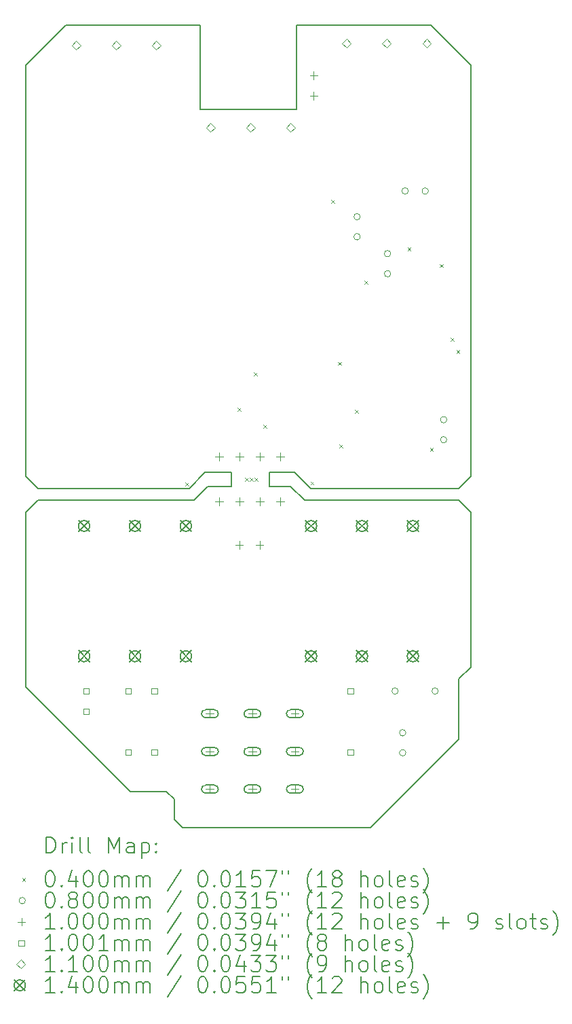
<source format=gbr>
%TF.GenerationSoftware,KiCad,Pcbnew,7.0.5.1-1-g8f565ef7f0-dirty-deb11*%
%TF.CreationDate,2023-08-10T18:34:47+00:00*%
%TF.ProjectId,rebote-smd,7265626f-7465-42d7-936d-642e6b696361,1.0.6*%
%TF.SameCoordinates,Original*%
%TF.FileFunction,Drillmap*%
%TF.FilePolarity,Positive*%
%FSLAX45Y45*%
G04 Gerber Fmt 4.5, Leading zero omitted, Abs format (unit mm)*
G04 Created by KiCad (PCBNEW 7.0.5.1-1-g8f565ef7f0-dirty-deb11) date 2023-08-10 18:34:47*
%MOMM*%
%LPD*%
G01*
G04 APERTURE LIST*
%ADD10C,0.150000*%
%ADD11C,0.200000*%
%ADD12C,0.040000*%
%ADD13C,0.080000*%
%ADD14C,0.100000*%
%ADD15C,0.100076*%
%ADD16C,0.110000*%
%ADD17C,0.140000*%
G04 APERTURE END LIST*
D10*
X13770000Y-10950000D02*
X14060000Y-10950000D01*
X12800000Y-14750000D02*
X12700000Y-14650000D01*
X11500000Y-13450000D02*
X11500000Y-12100000D01*
X13535000Y-10975000D02*
X11650000Y-10975000D01*
X14540000Y-10950000D02*
X14800000Y-10950000D01*
X14875000Y-6250000D02*
X14875000Y-5200000D01*
X12700000Y-14650000D02*
X11500000Y-13450000D01*
X11500000Y-5700000D02*
X11500000Y-10825000D01*
X16900000Y-14100000D02*
X15800000Y-15200000D01*
X13350000Y-15100000D02*
X13350000Y-14850000D01*
X14975000Y-11125000D02*
X16475000Y-11125000D01*
X14850000Y-10775000D02*
X15050000Y-10975000D01*
X16550000Y-5200000D02*
X17050000Y-5700000D01*
X16900000Y-10975000D02*
X17050000Y-10825000D01*
X16900000Y-13350000D02*
X17050000Y-13200000D01*
X11650000Y-10975000D02*
X11500000Y-10825000D01*
X14060000Y-10775000D02*
X14060000Y-10950000D01*
X13735000Y-10775000D02*
X13535000Y-10975000D01*
X11500000Y-5700000D02*
X12000000Y-5200000D01*
X17050000Y-8500000D02*
X17050000Y-5700000D01*
X13675000Y-6250000D02*
X14875000Y-6250000D01*
X13675000Y-5200000D02*
X12000000Y-5200000D01*
X17050000Y-11275000D02*
X16900000Y-11125000D01*
X13595000Y-11125000D02*
X11700000Y-11125000D01*
X13450000Y-15200000D02*
X15800000Y-15200000D01*
X11650000Y-10975000D02*
X11650000Y-10975000D01*
X13770000Y-10950000D02*
X13595000Y-11125000D01*
X16900000Y-13350000D02*
X16900000Y-14100000D01*
X17050000Y-10825000D02*
X17050000Y-8500000D01*
X13675000Y-5200000D02*
X13675000Y-6250000D01*
X13450000Y-15200000D02*
X13350000Y-15100000D01*
X13350000Y-14850000D02*
X13250000Y-14750000D01*
X14540000Y-10775000D02*
X14850000Y-10775000D01*
X11500000Y-11275000D02*
X11500000Y-12100000D01*
X14875000Y-5200000D02*
X16550000Y-5200000D01*
X13250000Y-14750000D02*
X12850000Y-14750000D01*
X14540000Y-10775000D02*
X14540000Y-10950000D01*
X16900000Y-11125000D02*
X16475000Y-11125000D01*
X11650000Y-11125000D02*
X11500000Y-11275000D01*
X14800000Y-10950000D02*
X14975000Y-11125000D01*
X17050000Y-13200000D02*
X17050000Y-11275000D01*
X12850000Y-14750000D02*
X12800000Y-14750000D01*
X13735000Y-10775000D02*
X14060000Y-10775000D01*
X15050000Y-10975000D02*
X16900000Y-10975000D01*
X11700000Y-11125000D02*
X11650000Y-11125000D01*
D11*
D12*
X13491000Y-10900000D02*
X13531000Y-10940000D01*
X13531000Y-10900000D02*
X13491000Y-10940000D01*
X14141000Y-9970000D02*
X14181000Y-10010000D01*
X14181000Y-9970000D02*
X14141000Y-10010000D01*
X14231000Y-10840000D02*
X14271000Y-10880000D01*
X14271000Y-10840000D02*
X14231000Y-10880000D01*
X14291000Y-10840000D02*
X14331000Y-10880000D01*
X14331000Y-10840000D02*
X14291000Y-10880000D01*
X14341000Y-9530000D02*
X14381000Y-9570000D01*
X14381000Y-9530000D02*
X14341000Y-9570000D01*
X14351000Y-10840000D02*
X14391000Y-10880000D01*
X14391000Y-10840000D02*
X14351000Y-10880000D01*
X14461000Y-10180000D02*
X14501000Y-10220000D01*
X14501000Y-10180000D02*
X14461000Y-10220000D01*
X15051000Y-10890000D02*
X15091000Y-10930000D01*
X15091000Y-10890000D02*
X15051000Y-10930000D01*
X15311000Y-7380000D02*
X15351000Y-7420000D01*
X15351000Y-7380000D02*
X15311000Y-7420000D01*
X15391000Y-9400000D02*
X15431000Y-9440000D01*
X15431000Y-9400000D02*
X15391000Y-9440000D01*
X15411000Y-10430000D02*
X15451000Y-10470000D01*
X15451000Y-10430000D02*
X15411000Y-10470000D01*
X15606600Y-9996500D02*
X15646600Y-10036500D01*
X15646600Y-9996500D02*
X15606600Y-10036500D01*
X15721000Y-8390000D02*
X15761000Y-8430000D01*
X15761000Y-8390000D02*
X15721000Y-8430000D01*
X16261000Y-7970000D02*
X16301000Y-8010000D01*
X16301000Y-7970000D02*
X16261000Y-8010000D01*
X16541000Y-10470000D02*
X16581000Y-10510000D01*
X16581000Y-10470000D02*
X16541000Y-10510000D01*
X16661000Y-8180000D02*
X16701000Y-8220000D01*
X16701000Y-8180000D02*
X16661000Y-8220000D01*
X16801000Y-9100000D02*
X16841000Y-9140000D01*
X16841000Y-9100000D02*
X16801000Y-9140000D01*
X16871000Y-9250000D02*
X16911000Y-9290000D01*
X16911000Y-9250000D02*
X16871000Y-9290000D01*
D13*
X15671000Y-7590000D02*
G75*
G03*
X15671000Y-7590000I-40000J0D01*
G01*
X15671000Y-7840000D02*
G75*
G03*
X15671000Y-7840000I-40000J0D01*
G01*
X16051000Y-8050000D02*
G75*
G03*
X16051000Y-8050000I-40000J0D01*
G01*
X16051000Y-8300000D02*
G75*
G03*
X16051000Y-8300000I-40000J0D01*
G01*
X16145000Y-13500000D02*
G75*
G03*
X16145000Y-13500000I-40000J0D01*
G01*
X16240000Y-14020000D02*
G75*
G03*
X16240000Y-14020000I-40000J0D01*
G01*
X16240000Y-14270000D02*
G75*
G03*
X16240000Y-14270000I-40000J0D01*
G01*
X16270489Y-7270000D02*
G75*
G03*
X16270489Y-7270000I-40000J0D01*
G01*
X16520489Y-7270000D02*
G75*
G03*
X16520489Y-7270000I-40000J0D01*
G01*
X16645000Y-13500000D02*
G75*
G03*
X16645000Y-13500000I-40000J0D01*
G01*
X16751000Y-10119489D02*
G75*
G03*
X16751000Y-10119489I-40000J0D01*
G01*
X16751000Y-10369489D02*
G75*
G03*
X16751000Y-10369489I-40000J0D01*
G01*
D14*
X13795000Y-13732500D02*
X13795000Y-13832500D01*
X13745000Y-13782500D02*
X13845000Y-13782500D01*
D11*
X13850000Y-13732500D02*
X13740000Y-13732500D01*
X13740000Y-13732500D02*
G75*
G03*
X13740000Y-13832500I0J-50000D01*
G01*
X13740000Y-13832500D02*
X13850000Y-13832500D01*
X13850000Y-13832500D02*
G75*
G03*
X13850000Y-13732500I0J50000D01*
G01*
D14*
X13795000Y-14202500D02*
X13795000Y-14302500D01*
X13745000Y-14252500D02*
X13845000Y-14252500D01*
D11*
X13850000Y-14202500D02*
X13740000Y-14202500D01*
X13740000Y-14202500D02*
G75*
G03*
X13740000Y-14302500I0J-50000D01*
G01*
X13740000Y-14302500D02*
X13850000Y-14302500D01*
X13850000Y-14302500D02*
G75*
G03*
X13850000Y-14202500I0J50000D01*
G01*
D14*
X13795000Y-14672500D02*
X13795000Y-14772500D01*
X13745000Y-14722500D02*
X13845000Y-14722500D01*
D11*
X13850000Y-14672500D02*
X13740000Y-14672500D01*
X13740000Y-14672500D02*
G75*
G03*
X13740000Y-14772500I0J-50000D01*
G01*
X13740000Y-14772500D02*
X13850000Y-14772500D01*
X13850000Y-14772500D02*
G75*
G03*
X13850000Y-14672500I0J50000D01*
G01*
D14*
X13908000Y-10530000D02*
X13908000Y-10630000D01*
X13858000Y-10580000D02*
X13958000Y-10580000D01*
X13908000Y-11085000D02*
X13908000Y-11185000D01*
X13858000Y-11135000D02*
X13958000Y-11135000D01*
X14160000Y-11631000D02*
X14160000Y-11731000D01*
X14110000Y-11681000D02*
X14210000Y-11681000D01*
X14162000Y-10530000D02*
X14162000Y-10630000D01*
X14112000Y-10580000D02*
X14212000Y-10580000D01*
X14162000Y-11085000D02*
X14162000Y-11185000D01*
X14112000Y-11135000D02*
X14212000Y-11135000D01*
X14325000Y-13732500D02*
X14325000Y-13832500D01*
X14275000Y-13782500D02*
X14375000Y-13782500D01*
D11*
X14380000Y-13732500D02*
X14270000Y-13732500D01*
X14270000Y-13732500D02*
G75*
G03*
X14270000Y-13832500I0J-50000D01*
G01*
X14270000Y-13832500D02*
X14380000Y-13832500D01*
X14380000Y-13832500D02*
G75*
G03*
X14380000Y-13732500I0J50000D01*
G01*
D14*
X14325000Y-14205000D02*
X14325000Y-14305000D01*
X14275000Y-14255000D02*
X14375000Y-14255000D01*
D11*
X14380000Y-14205000D02*
X14270000Y-14205000D01*
X14270000Y-14205000D02*
G75*
G03*
X14270000Y-14305000I0J-50000D01*
G01*
X14270000Y-14305000D02*
X14380000Y-14305000D01*
X14380000Y-14305000D02*
G75*
G03*
X14380000Y-14205000I0J50000D01*
G01*
D14*
X14325000Y-14672500D02*
X14325000Y-14772500D01*
X14275000Y-14722500D02*
X14375000Y-14722500D01*
D11*
X14380000Y-14672500D02*
X14270000Y-14672500D01*
X14270000Y-14672500D02*
G75*
G03*
X14270000Y-14772500I0J-50000D01*
G01*
X14270000Y-14772500D02*
X14380000Y-14772500D01*
X14380000Y-14772500D02*
G75*
G03*
X14380000Y-14672500I0J50000D01*
G01*
D14*
X14414000Y-11631000D02*
X14414000Y-11731000D01*
X14364000Y-11681000D02*
X14464000Y-11681000D01*
X14416000Y-10530000D02*
X14416000Y-10630000D01*
X14366000Y-10580000D02*
X14466000Y-10580000D01*
X14416000Y-11085000D02*
X14416000Y-11185000D01*
X14366000Y-11135000D02*
X14466000Y-11135000D01*
X14670000Y-10530000D02*
X14670000Y-10630000D01*
X14620000Y-10580000D02*
X14720000Y-10580000D01*
X14670000Y-11085000D02*
X14670000Y-11185000D01*
X14620000Y-11135000D02*
X14720000Y-11135000D01*
X14855000Y-13732500D02*
X14855000Y-13832500D01*
X14805000Y-13782500D02*
X14905000Y-13782500D01*
D11*
X14910000Y-13732500D02*
X14800000Y-13732500D01*
X14800000Y-13732500D02*
G75*
G03*
X14800000Y-13832500I0J-50000D01*
G01*
X14800000Y-13832500D02*
X14910000Y-13832500D01*
X14910000Y-13832500D02*
G75*
G03*
X14910000Y-13732500I0J50000D01*
G01*
D14*
X14855000Y-14202500D02*
X14855000Y-14302500D01*
X14805000Y-14252500D02*
X14905000Y-14252500D01*
D11*
X14910000Y-14202500D02*
X14800000Y-14202500D01*
X14800000Y-14202500D02*
G75*
G03*
X14800000Y-14302500I0J-50000D01*
G01*
X14800000Y-14302500D02*
X14910000Y-14302500D01*
X14910000Y-14302500D02*
G75*
G03*
X14910000Y-14202500I0J50000D01*
G01*
D14*
X14855000Y-14672500D02*
X14855000Y-14772500D01*
X14805000Y-14722500D02*
X14905000Y-14722500D01*
D11*
X14910000Y-14672500D02*
X14800000Y-14672500D01*
X14800000Y-14672500D02*
G75*
G03*
X14800000Y-14772500I0J-50000D01*
G01*
X14800000Y-14772500D02*
X14910000Y-14772500D01*
X14910000Y-14772500D02*
G75*
G03*
X14910000Y-14672500I0J50000D01*
G01*
D14*
X15091000Y-5782500D02*
X15091000Y-5882500D01*
X15041000Y-5832500D02*
X15141000Y-5832500D01*
X15091000Y-6036500D02*
X15091000Y-6136500D01*
X15041000Y-6086500D02*
X15141000Y-6086500D01*
D15*
X12285382Y-13535382D02*
X12285382Y-13464617D01*
X12214617Y-13464617D01*
X12214617Y-13535382D01*
X12285382Y-13535382D01*
X12285382Y-13789382D02*
X12285382Y-13718617D01*
X12214617Y-13718617D01*
X12214617Y-13789382D01*
X12285382Y-13789382D01*
X12811382Y-13533382D02*
X12811382Y-13462617D01*
X12740617Y-13462617D01*
X12740617Y-13533382D01*
X12811382Y-13533382D01*
X12811382Y-14295382D02*
X12811382Y-14224617D01*
X12740617Y-14224617D01*
X12740617Y-14295382D01*
X12811382Y-14295382D01*
X13136382Y-13535382D02*
X13136382Y-13464617D01*
X13065617Y-13464617D01*
X13065617Y-13535382D01*
X13136382Y-13535382D01*
X13136382Y-14297382D02*
X13136382Y-14226617D01*
X13065617Y-14226617D01*
X13065617Y-14297382D01*
X13136382Y-14297382D01*
X15585382Y-13535382D02*
X15585382Y-13464617D01*
X15514617Y-13464617D01*
X15514617Y-13535382D01*
X15585382Y-13535382D01*
X15585382Y-14297382D02*
X15585382Y-14226617D01*
X15514617Y-14226617D01*
X15514617Y-14297382D01*
X15585382Y-14297382D01*
D16*
X12126000Y-5510000D02*
X12181000Y-5455000D01*
X12126000Y-5400000D01*
X12071000Y-5455000D01*
X12126000Y-5510000D01*
X12626000Y-5510000D02*
X12681000Y-5455000D01*
X12626000Y-5400000D01*
X12571000Y-5455000D01*
X12626000Y-5510000D01*
X13126000Y-5510000D02*
X13181000Y-5455000D01*
X13126000Y-5400000D01*
X13071000Y-5455000D01*
X13126000Y-5510000D01*
X13801000Y-6535000D02*
X13856000Y-6480000D01*
X13801000Y-6425000D01*
X13746000Y-6480000D01*
X13801000Y-6535000D01*
X14301000Y-6535000D02*
X14356000Y-6480000D01*
X14301000Y-6425000D01*
X14246000Y-6480000D01*
X14301000Y-6535000D01*
X14801000Y-6535000D02*
X14856000Y-6480000D01*
X14801000Y-6425000D01*
X14746000Y-6480000D01*
X14801000Y-6535000D01*
X15501000Y-5485000D02*
X15556000Y-5430000D01*
X15501000Y-5375000D01*
X15446000Y-5430000D01*
X15501000Y-5485000D01*
X16001000Y-5485000D02*
X16056000Y-5430000D01*
X16001000Y-5375000D01*
X15946000Y-5430000D01*
X16001000Y-5485000D01*
X16501000Y-5485000D02*
X16556000Y-5430000D01*
X16501000Y-5375000D01*
X16446000Y-5430000D01*
X16501000Y-5485000D01*
D17*
X12154500Y-11373500D02*
X12294500Y-11513500D01*
X12294500Y-11373500D02*
X12154500Y-11513500D01*
X12294500Y-11443500D02*
G75*
G03*
X12294500Y-11443500I-70000J0D01*
G01*
X12154500Y-12996500D02*
X12294500Y-13136500D01*
X12294500Y-12996500D02*
X12154500Y-13136500D01*
X12294500Y-13066500D02*
G75*
G03*
X12294500Y-13066500I-70000J0D01*
G01*
X12789500Y-11373500D02*
X12929500Y-11513500D01*
X12929500Y-11373500D02*
X12789500Y-11513500D01*
X12929500Y-11443500D02*
G75*
G03*
X12929500Y-11443500I-70000J0D01*
G01*
X12789500Y-12996500D02*
X12929500Y-13136500D01*
X12929500Y-12996500D02*
X12789500Y-13136500D01*
X12929500Y-13066500D02*
G75*
G03*
X12929500Y-13066500I-70000J0D01*
G01*
X13424500Y-11373500D02*
X13564500Y-11513500D01*
X13564500Y-11373500D02*
X13424500Y-11513500D01*
X13564500Y-11443500D02*
G75*
G03*
X13564500Y-11443500I-70000J0D01*
G01*
X13424500Y-12996500D02*
X13564500Y-13136500D01*
X13564500Y-12996500D02*
X13424500Y-13136500D01*
X13564500Y-13066500D02*
G75*
G03*
X13564500Y-13066500I-70000J0D01*
G01*
X14987500Y-11373500D02*
X15127500Y-11513500D01*
X15127500Y-11373500D02*
X14987500Y-11513500D01*
X15127500Y-11443500D02*
G75*
G03*
X15127500Y-11443500I-70000J0D01*
G01*
X14987500Y-12996500D02*
X15127500Y-13136500D01*
X15127500Y-12996500D02*
X14987500Y-13136500D01*
X15127500Y-13066500D02*
G75*
G03*
X15127500Y-13066500I-70000J0D01*
G01*
X15622500Y-11373500D02*
X15762500Y-11513500D01*
X15762500Y-11373500D02*
X15622500Y-11513500D01*
X15762500Y-11443500D02*
G75*
G03*
X15762500Y-11443500I-70000J0D01*
G01*
X15622500Y-12996500D02*
X15762500Y-13136500D01*
X15762500Y-12996500D02*
X15622500Y-13136500D01*
X15762500Y-13066500D02*
G75*
G03*
X15762500Y-13066500I-70000J0D01*
G01*
X16257500Y-11373500D02*
X16397500Y-11513500D01*
X16397500Y-11373500D02*
X16257500Y-11513500D01*
X16397500Y-11443500D02*
G75*
G03*
X16397500Y-11443500I-70000J0D01*
G01*
X16257500Y-12996500D02*
X16397500Y-13136500D01*
X16397500Y-12996500D02*
X16257500Y-13136500D01*
X16397500Y-13066500D02*
G75*
G03*
X16397500Y-13066500I-70000J0D01*
G01*
D11*
X11753277Y-15518984D02*
X11753277Y-15318984D01*
X11753277Y-15318984D02*
X11800896Y-15318984D01*
X11800896Y-15318984D02*
X11829467Y-15328508D01*
X11829467Y-15328508D02*
X11848515Y-15347555D01*
X11848515Y-15347555D02*
X11858039Y-15366603D01*
X11858039Y-15366603D02*
X11867562Y-15404698D01*
X11867562Y-15404698D02*
X11867562Y-15433269D01*
X11867562Y-15433269D02*
X11858039Y-15471365D01*
X11858039Y-15471365D02*
X11848515Y-15490412D01*
X11848515Y-15490412D02*
X11829467Y-15509460D01*
X11829467Y-15509460D02*
X11800896Y-15518984D01*
X11800896Y-15518984D02*
X11753277Y-15518984D01*
X11953277Y-15518984D02*
X11953277Y-15385650D01*
X11953277Y-15423746D02*
X11962801Y-15404698D01*
X11962801Y-15404698D02*
X11972324Y-15395174D01*
X11972324Y-15395174D02*
X11991372Y-15385650D01*
X11991372Y-15385650D02*
X12010420Y-15385650D01*
X12077086Y-15518984D02*
X12077086Y-15385650D01*
X12077086Y-15318984D02*
X12067562Y-15328508D01*
X12067562Y-15328508D02*
X12077086Y-15338031D01*
X12077086Y-15338031D02*
X12086610Y-15328508D01*
X12086610Y-15328508D02*
X12077086Y-15318984D01*
X12077086Y-15318984D02*
X12077086Y-15338031D01*
X12200896Y-15518984D02*
X12181848Y-15509460D01*
X12181848Y-15509460D02*
X12172324Y-15490412D01*
X12172324Y-15490412D02*
X12172324Y-15318984D01*
X12305658Y-15518984D02*
X12286610Y-15509460D01*
X12286610Y-15509460D02*
X12277086Y-15490412D01*
X12277086Y-15490412D02*
X12277086Y-15318984D01*
X12534229Y-15518984D02*
X12534229Y-15318984D01*
X12534229Y-15318984D02*
X12600896Y-15461841D01*
X12600896Y-15461841D02*
X12667562Y-15318984D01*
X12667562Y-15318984D02*
X12667562Y-15518984D01*
X12848515Y-15518984D02*
X12848515Y-15414222D01*
X12848515Y-15414222D02*
X12838991Y-15395174D01*
X12838991Y-15395174D02*
X12819943Y-15385650D01*
X12819943Y-15385650D02*
X12781848Y-15385650D01*
X12781848Y-15385650D02*
X12762801Y-15395174D01*
X12848515Y-15509460D02*
X12829467Y-15518984D01*
X12829467Y-15518984D02*
X12781848Y-15518984D01*
X12781848Y-15518984D02*
X12762801Y-15509460D01*
X12762801Y-15509460D02*
X12753277Y-15490412D01*
X12753277Y-15490412D02*
X12753277Y-15471365D01*
X12753277Y-15471365D02*
X12762801Y-15452317D01*
X12762801Y-15452317D02*
X12781848Y-15442793D01*
X12781848Y-15442793D02*
X12829467Y-15442793D01*
X12829467Y-15442793D02*
X12848515Y-15433269D01*
X12943753Y-15385650D02*
X12943753Y-15585650D01*
X12943753Y-15395174D02*
X12962801Y-15385650D01*
X12962801Y-15385650D02*
X13000896Y-15385650D01*
X13000896Y-15385650D02*
X13019943Y-15395174D01*
X13019943Y-15395174D02*
X13029467Y-15404698D01*
X13029467Y-15404698D02*
X13038991Y-15423746D01*
X13038991Y-15423746D02*
X13038991Y-15480888D01*
X13038991Y-15480888D02*
X13029467Y-15499936D01*
X13029467Y-15499936D02*
X13019943Y-15509460D01*
X13019943Y-15509460D02*
X13000896Y-15518984D01*
X13000896Y-15518984D02*
X12962801Y-15518984D01*
X12962801Y-15518984D02*
X12943753Y-15509460D01*
X13124705Y-15499936D02*
X13134229Y-15509460D01*
X13134229Y-15509460D02*
X13124705Y-15518984D01*
X13124705Y-15518984D02*
X13115182Y-15509460D01*
X13115182Y-15509460D02*
X13124705Y-15499936D01*
X13124705Y-15499936D02*
X13124705Y-15518984D01*
X13124705Y-15395174D02*
X13134229Y-15404698D01*
X13134229Y-15404698D02*
X13124705Y-15414222D01*
X13124705Y-15414222D02*
X13115182Y-15404698D01*
X13115182Y-15404698D02*
X13124705Y-15395174D01*
X13124705Y-15395174D02*
X13124705Y-15414222D01*
D12*
X11452500Y-15827500D02*
X11492500Y-15867500D01*
X11492500Y-15827500D02*
X11452500Y-15867500D01*
D11*
X11791372Y-15738984D02*
X11810420Y-15738984D01*
X11810420Y-15738984D02*
X11829467Y-15748508D01*
X11829467Y-15748508D02*
X11838991Y-15758031D01*
X11838991Y-15758031D02*
X11848515Y-15777079D01*
X11848515Y-15777079D02*
X11858039Y-15815174D01*
X11858039Y-15815174D02*
X11858039Y-15862793D01*
X11858039Y-15862793D02*
X11848515Y-15900888D01*
X11848515Y-15900888D02*
X11838991Y-15919936D01*
X11838991Y-15919936D02*
X11829467Y-15929460D01*
X11829467Y-15929460D02*
X11810420Y-15938984D01*
X11810420Y-15938984D02*
X11791372Y-15938984D01*
X11791372Y-15938984D02*
X11772324Y-15929460D01*
X11772324Y-15929460D02*
X11762801Y-15919936D01*
X11762801Y-15919936D02*
X11753277Y-15900888D01*
X11753277Y-15900888D02*
X11743753Y-15862793D01*
X11743753Y-15862793D02*
X11743753Y-15815174D01*
X11743753Y-15815174D02*
X11753277Y-15777079D01*
X11753277Y-15777079D02*
X11762801Y-15758031D01*
X11762801Y-15758031D02*
X11772324Y-15748508D01*
X11772324Y-15748508D02*
X11791372Y-15738984D01*
X11943753Y-15919936D02*
X11953277Y-15929460D01*
X11953277Y-15929460D02*
X11943753Y-15938984D01*
X11943753Y-15938984D02*
X11934229Y-15929460D01*
X11934229Y-15929460D02*
X11943753Y-15919936D01*
X11943753Y-15919936D02*
X11943753Y-15938984D01*
X12124705Y-15805650D02*
X12124705Y-15938984D01*
X12077086Y-15729460D02*
X12029467Y-15872317D01*
X12029467Y-15872317D02*
X12153277Y-15872317D01*
X12267562Y-15738984D02*
X12286610Y-15738984D01*
X12286610Y-15738984D02*
X12305658Y-15748508D01*
X12305658Y-15748508D02*
X12315182Y-15758031D01*
X12315182Y-15758031D02*
X12324705Y-15777079D01*
X12324705Y-15777079D02*
X12334229Y-15815174D01*
X12334229Y-15815174D02*
X12334229Y-15862793D01*
X12334229Y-15862793D02*
X12324705Y-15900888D01*
X12324705Y-15900888D02*
X12315182Y-15919936D01*
X12315182Y-15919936D02*
X12305658Y-15929460D01*
X12305658Y-15929460D02*
X12286610Y-15938984D01*
X12286610Y-15938984D02*
X12267562Y-15938984D01*
X12267562Y-15938984D02*
X12248515Y-15929460D01*
X12248515Y-15929460D02*
X12238991Y-15919936D01*
X12238991Y-15919936D02*
X12229467Y-15900888D01*
X12229467Y-15900888D02*
X12219943Y-15862793D01*
X12219943Y-15862793D02*
X12219943Y-15815174D01*
X12219943Y-15815174D02*
X12229467Y-15777079D01*
X12229467Y-15777079D02*
X12238991Y-15758031D01*
X12238991Y-15758031D02*
X12248515Y-15748508D01*
X12248515Y-15748508D02*
X12267562Y-15738984D01*
X12458039Y-15738984D02*
X12477086Y-15738984D01*
X12477086Y-15738984D02*
X12496134Y-15748508D01*
X12496134Y-15748508D02*
X12505658Y-15758031D01*
X12505658Y-15758031D02*
X12515182Y-15777079D01*
X12515182Y-15777079D02*
X12524705Y-15815174D01*
X12524705Y-15815174D02*
X12524705Y-15862793D01*
X12524705Y-15862793D02*
X12515182Y-15900888D01*
X12515182Y-15900888D02*
X12505658Y-15919936D01*
X12505658Y-15919936D02*
X12496134Y-15929460D01*
X12496134Y-15929460D02*
X12477086Y-15938984D01*
X12477086Y-15938984D02*
X12458039Y-15938984D01*
X12458039Y-15938984D02*
X12438991Y-15929460D01*
X12438991Y-15929460D02*
X12429467Y-15919936D01*
X12429467Y-15919936D02*
X12419943Y-15900888D01*
X12419943Y-15900888D02*
X12410420Y-15862793D01*
X12410420Y-15862793D02*
X12410420Y-15815174D01*
X12410420Y-15815174D02*
X12419943Y-15777079D01*
X12419943Y-15777079D02*
X12429467Y-15758031D01*
X12429467Y-15758031D02*
X12438991Y-15748508D01*
X12438991Y-15748508D02*
X12458039Y-15738984D01*
X12610420Y-15938984D02*
X12610420Y-15805650D01*
X12610420Y-15824698D02*
X12619943Y-15815174D01*
X12619943Y-15815174D02*
X12638991Y-15805650D01*
X12638991Y-15805650D02*
X12667563Y-15805650D01*
X12667563Y-15805650D02*
X12686610Y-15815174D01*
X12686610Y-15815174D02*
X12696134Y-15834222D01*
X12696134Y-15834222D02*
X12696134Y-15938984D01*
X12696134Y-15834222D02*
X12705658Y-15815174D01*
X12705658Y-15815174D02*
X12724705Y-15805650D01*
X12724705Y-15805650D02*
X12753277Y-15805650D01*
X12753277Y-15805650D02*
X12772324Y-15815174D01*
X12772324Y-15815174D02*
X12781848Y-15834222D01*
X12781848Y-15834222D02*
X12781848Y-15938984D01*
X12877086Y-15938984D02*
X12877086Y-15805650D01*
X12877086Y-15824698D02*
X12886610Y-15815174D01*
X12886610Y-15815174D02*
X12905658Y-15805650D01*
X12905658Y-15805650D02*
X12934229Y-15805650D01*
X12934229Y-15805650D02*
X12953277Y-15815174D01*
X12953277Y-15815174D02*
X12962801Y-15834222D01*
X12962801Y-15834222D02*
X12962801Y-15938984D01*
X12962801Y-15834222D02*
X12972324Y-15815174D01*
X12972324Y-15815174D02*
X12991372Y-15805650D01*
X12991372Y-15805650D02*
X13019943Y-15805650D01*
X13019943Y-15805650D02*
X13038991Y-15815174D01*
X13038991Y-15815174D02*
X13048515Y-15834222D01*
X13048515Y-15834222D02*
X13048515Y-15938984D01*
X13438991Y-15729460D02*
X13267563Y-15986603D01*
X13696134Y-15738984D02*
X13715182Y-15738984D01*
X13715182Y-15738984D02*
X13734229Y-15748508D01*
X13734229Y-15748508D02*
X13743753Y-15758031D01*
X13743753Y-15758031D02*
X13753277Y-15777079D01*
X13753277Y-15777079D02*
X13762801Y-15815174D01*
X13762801Y-15815174D02*
X13762801Y-15862793D01*
X13762801Y-15862793D02*
X13753277Y-15900888D01*
X13753277Y-15900888D02*
X13743753Y-15919936D01*
X13743753Y-15919936D02*
X13734229Y-15929460D01*
X13734229Y-15929460D02*
X13715182Y-15938984D01*
X13715182Y-15938984D02*
X13696134Y-15938984D01*
X13696134Y-15938984D02*
X13677086Y-15929460D01*
X13677086Y-15929460D02*
X13667563Y-15919936D01*
X13667563Y-15919936D02*
X13658039Y-15900888D01*
X13658039Y-15900888D02*
X13648515Y-15862793D01*
X13648515Y-15862793D02*
X13648515Y-15815174D01*
X13648515Y-15815174D02*
X13658039Y-15777079D01*
X13658039Y-15777079D02*
X13667563Y-15758031D01*
X13667563Y-15758031D02*
X13677086Y-15748508D01*
X13677086Y-15748508D02*
X13696134Y-15738984D01*
X13848515Y-15919936D02*
X13858039Y-15929460D01*
X13858039Y-15929460D02*
X13848515Y-15938984D01*
X13848515Y-15938984D02*
X13838991Y-15929460D01*
X13838991Y-15929460D02*
X13848515Y-15919936D01*
X13848515Y-15919936D02*
X13848515Y-15938984D01*
X13981848Y-15738984D02*
X14000896Y-15738984D01*
X14000896Y-15738984D02*
X14019944Y-15748508D01*
X14019944Y-15748508D02*
X14029467Y-15758031D01*
X14029467Y-15758031D02*
X14038991Y-15777079D01*
X14038991Y-15777079D02*
X14048515Y-15815174D01*
X14048515Y-15815174D02*
X14048515Y-15862793D01*
X14048515Y-15862793D02*
X14038991Y-15900888D01*
X14038991Y-15900888D02*
X14029467Y-15919936D01*
X14029467Y-15919936D02*
X14019944Y-15929460D01*
X14019944Y-15929460D02*
X14000896Y-15938984D01*
X14000896Y-15938984D02*
X13981848Y-15938984D01*
X13981848Y-15938984D02*
X13962801Y-15929460D01*
X13962801Y-15929460D02*
X13953277Y-15919936D01*
X13953277Y-15919936D02*
X13943753Y-15900888D01*
X13943753Y-15900888D02*
X13934229Y-15862793D01*
X13934229Y-15862793D02*
X13934229Y-15815174D01*
X13934229Y-15815174D02*
X13943753Y-15777079D01*
X13943753Y-15777079D02*
X13953277Y-15758031D01*
X13953277Y-15758031D02*
X13962801Y-15748508D01*
X13962801Y-15748508D02*
X13981848Y-15738984D01*
X14238991Y-15938984D02*
X14124706Y-15938984D01*
X14181848Y-15938984D02*
X14181848Y-15738984D01*
X14181848Y-15738984D02*
X14162801Y-15767555D01*
X14162801Y-15767555D02*
X14143753Y-15786603D01*
X14143753Y-15786603D02*
X14124706Y-15796127D01*
X14419944Y-15738984D02*
X14324706Y-15738984D01*
X14324706Y-15738984D02*
X14315182Y-15834222D01*
X14315182Y-15834222D02*
X14324706Y-15824698D01*
X14324706Y-15824698D02*
X14343753Y-15815174D01*
X14343753Y-15815174D02*
X14391372Y-15815174D01*
X14391372Y-15815174D02*
X14410420Y-15824698D01*
X14410420Y-15824698D02*
X14419944Y-15834222D01*
X14419944Y-15834222D02*
X14429467Y-15853269D01*
X14429467Y-15853269D02*
X14429467Y-15900888D01*
X14429467Y-15900888D02*
X14419944Y-15919936D01*
X14419944Y-15919936D02*
X14410420Y-15929460D01*
X14410420Y-15929460D02*
X14391372Y-15938984D01*
X14391372Y-15938984D02*
X14343753Y-15938984D01*
X14343753Y-15938984D02*
X14324706Y-15929460D01*
X14324706Y-15929460D02*
X14315182Y-15919936D01*
X14496134Y-15738984D02*
X14629467Y-15738984D01*
X14629467Y-15738984D02*
X14543753Y-15938984D01*
X14696134Y-15738984D02*
X14696134Y-15777079D01*
X14772325Y-15738984D02*
X14772325Y-15777079D01*
X15067563Y-16015174D02*
X15058039Y-16005650D01*
X15058039Y-16005650D02*
X15038991Y-15977079D01*
X15038991Y-15977079D02*
X15029468Y-15958031D01*
X15029468Y-15958031D02*
X15019944Y-15929460D01*
X15019944Y-15929460D02*
X15010420Y-15881841D01*
X15010420Y-15881841D02*
X15010420Y-15843746D01*
X15010420Y-15843746D02*
X15019944Y-15796127D01*
X15019944Y-15796127D02*
X15029468Y-15767555D01*
X15029468Y-15767555D02*
X15038991Y-15748508D01*
X15038991Y-15748508D02*
X15058039Y-15719936D01*
X15058039Y-15719936D02*
X15067563Y-15710412D01*
X15248515Y-15938984D02*
X15134229Y-15938984D01*
X15191372Y-15938984D02*
X15191372Y-15738984D01*
X15191372Y-15738984D02*
X15172325Y-15767555D01*
X15172325Y-15767555D02*
X15153277Y-15786603D01*
X15153277Y-15786603D02*
X15134229Y-15796127D01*
X15362801Y-15824698D02*
X15343753Y-15815174D01*
X15343753Y-15815174D02*
X15334229Y-15805650D01*
X15334229Y-15805650D02*
X15324706Y-15786603D01*
X15324706Y-15786603D02*
X15324706Y-15777079D01*
X15324706Y-15777079D02*
X15334229Y-15758031D01*
X15334229Y-15758031D02*
X15343753Y-15748508D01*
X15343753Y-15748508D02*
X15362801Y-15738984D01*
X15362801Y-15738984D02*
X15400896Y-15738984D01*
X15400896Y-15738984D02*
X15419944Y-15748508D01*
X15419944Y-15748508D02*
X15429468Y-15758031D01*
X15429468Y-15758031D02*
X15438991Y-15777079D01*
X15438991Y-15777079D02*
X15438991Y-15786603D01*
X15438991Y-15786603D02*
X15429468Y-15805650D01*
X15429468Y-15805650D02*
X15419944Y-15815174D01*
X15419944Y-15815174D02*
X15400896Y-15824698D01*
X15400896Y-15824698D02*
X15362801Y-15824698D01*
X15362801Y-15824698D02*
X15343753Y-15834222D01*
X15343753Y-15834222D02*
X15334229Y-15843746D01*
X15334229Y-15843746D02*
X15324706Y-15862793D01*
X15324706Y-15862793D02*
X15324706Y-15900888D01*
X15324706Y-15900888D02*
X15334229Y-15919936D01*
X15334229Y-15919936D02*
X15343753Y-15929460D01*
X15343753Y-15929460D02*
X15362801Y-15938984D01*
X15362801Y-15938984D02*
X15400896Y-15938984D01*
X15400896Y-15938984D02*
X15419944Y-15929460D01*
X15419944Y-15929460D02*
X15429468Y-15919936D01*
X15429468Y-15919936D02*
X15438991Y-15900888D01*
X15438991Y-15900888D02*
X15438991Y-15862793D01*
X15438991Y-15862793D02*
X15429468Y-15843746D01*
X15429468Y-15843746D02*
X15419944Y-15834222D01*
X15419944Y-15834222D02*
X15400896Y-15824698D01*
X15677087Y-15938984D02*
X15677087Y-15738984D01*
X15762801Y-15938984D02*
X15762801Y-15834222D01*
X15762801Y-15834222D02*
X15753277Y-15815174D01*
X15753277Y-15815174D02*
X15734230Y-15805650D01*
X15734230Y-15805650D02*
X15705658Y-15805650D01*
X15705658Y-15805650D02*
X15686610Y-15815174D01*
X15686610Y-15815174D02*
X15677087Y-15824698D01*
X15886610Y-15938984D02*
X15867563Y-15929460D01*
X15867563Y-15929460D02*
X15858039Y-15919936D01*
X15858039Y-15919936D02*
X15848515Y-15900888D01*
X15848515Y-15900888D02*
X15848515Y-15843746D01*
X15848515Y-15843746D02*
X15858039Y-15824698D01*
X15858039Y-15824698D02*
X15867563Y-15815174D01*
X15867563Y-15815174D02*
X15886610Y-15805650D01*
X15886610Y-15805650D02*
X15915182Y-15805650D01*
X15915182Y-15805650D02*
X15934230Y-15815174D01*
X15934230Y-15815174D02*
X15943753Y-15824698D01*
X15943753Y-15824698D02*
X15953277Y-15843746D01*
X15953277Y-15843746D02*
X15953277Y-15900888D01*
X15953277Y-15900888D02*
X15943753Y-15919936D01*
X15943753Y-15919936D02*
X15934230Y-15929460D01*
X15934230Y-15929460D02*
X15915182Y-15938984D01*
X15915182Y-15938984D02*
X15886610Y-15938984D01*
X16067563Y-15938984D02*
X16048515Y-15929460D01*
X16048515Y-15929460D02*
X16038991Y-15910412D01*
X16038991Y-15910412D02*
X16038991Y-15738984D01*
X16219944Y-15929460D02*
X16200896Y-15938984D01*
X16200896Y-15938984D02*
X16162801Y-15938984D01*
X16162801Y-15938984D02*
X16143753Y-15929460D01*
X16143753Y-15929460D02*
X16134230Y-15910412D01*
X16134230Y-15910412D02*
X16134230Y-15834222D01*
X16134230Y-15834222D02*
X16143753Y-15815174D01*
X16143753Y-15815174D02*
X16162801Y-15805650D01*
X16162801Y-15805650D02*
X16200896Y-15805650D01*
X16200896Y-15805650D02*
X16219944Y-15815174D01*
X16219944Y-15815174D02*
X16229468Y-15834222D01*
X16229468Y-15834222D02*
X16229468Y-15853269D01*
X16229468Y-15853269D02*
X16134230Y-15872317D01*
X16305658Y-15929460D02*
X16324706Y-15938984D01*
X16324706Y-15938984D02*
X16362801Y-15938984D01*
X16362801Y-15938984D02*
X16381849Y-15929460D01*
X16381849Y-15929460D02*
X16391372Y-15910412D01*
X16391372Y-15910412D02*
X16391372Y-15900888D01*
X16391372Y-15900888D02*
X16381849Y-15881841D01*
X16381849Y-15881841D02*
X16362801Y-15872317D01*
X16362801Y-15872317D02*
X16334230Y-15872317D01*
X16334230Y-15872317D02*
X16315182Y-15862793D01*
X16315182Y-15862793D02*
X16305658Y-15843746D01*
X16305658Y-15843746D02*
X16305658Y-15834222D01*
X16305658Y-15834222D02*
X16315182Y-15815174D01*
X16315182Y-15815174D02*
X16334230Y-15805650D01*
X16334230Y-15805650D02*
X16362801Y-15805650D01*
X16362801Y-15805650D02*
X16381849Y-15815174D01*
X16458039Y-16015174D02*
X16467563Y-16005650D01*
X16467563Y-16005650D02*
X16486611Y-15977079D01*
X16486611Y-15977079D02*
X16496134Y-15958031D01*
X16496134Y-15958031D02*
X16505658Y-15929460D01*
X16505658Y-15929460D02*
X16515182Y-15881841D01*
X16515182Y-15881841D02*
X16515182Y-15843746D01*
X16515182Y-15843746D02*
X16505658Y-15796127D01*
X16505658Y-15796127D02*
X16496134Y-15767555D01*
X16496134Y-15767555D02*
X16486611Y-15748508D01*
X16486611Y-15748508D02*
X16467563Y-15719936D01*
X16467563Y-15719936D02*
X16458039Y-15710412D01*
D13*
X11492500Y-16111500D02*
G75*
G03*
X11492500Y-16111500I-40000J0D01*
G01*
D11*
X11791372Y-16002984D02*
X11810420Y-16002984D01*
X11810420Y-16002984D02*
X11829467Y-16012508D01*
X11829467Y-16012508D02*
X11838991Y-16022031D01*
X11838991Y-16022031D02*
X11848515Y-16041079D01*
X11848515Y-16041079D02*
X11858039Y-16079174D01*
X11858039Y-16079174D02*
X11858039Y-16126793D01*
X11858039Y-16126793D02*
X11848515Y-16164888D01*
X11848515Y-16164888D02*
X11838991Y-16183936D01*
X11838991Y-16183936D02*
X11829467Y-16193460D01*
X11829467Y-16193460D02*
X11810420Y-16202984D01*
X11810420Y-16202984D02*
X11791372Y-16202984D01*
X11791372Y-16202984D02*
X11772324Y-16193460D01*
X11772324Y-16193460D02*
X11762801Y-16183936D01*
X11762801Y-16183936D02*
X11753277Y-16164888D01*
X11753277Y-16164888D02*
X11743753Y-16126793D01*
X11743753Y-16126793D02*
X11743753Y-16079174D01*
X11743753Y-16079174D02*
X11753277Y-16041079D01*
X11753277Y-16041079D02*
X11762801Y-16022031D01*
X11762801Y-16022031D02*
X11772324Y-16012508D01*
X11772324Y-16012508D02*
X11791372Y-16002984D01*
X11943753Y-16183936D02*
X11953277Y-16193460D01*
X11953277Y-16193460D02*
X11943753Y-16202984D01*
X11943753Y-16202984D02*
X11934229Y-16193460D01*
X11934229Y-16193460D02*
X11943753Y-16183936D01*
X11943753Y-16183936D02*
X11943753Y-16202984D01*
X12067562Y-16088698D02*
X12048515Y-16079174D01*
X12048515Y-16079174D02*
X12038991Y-16069650D01*
X12038991Y-16069650D02*
X12029467Y-16050603D01*
X12029467Y-16050603D02*
X12029467Y-16041079D01*
X12029467Y-16041079D02*
X12038991Y-16022031D01*
X12038991Y-16022031D02*
X12048515Y-16012508D01*
X12048515Y-16012508D02*
X12067562Y-16002984D01*
X12067562Y-16002984D02*
X12105658Y-16002984D01*
X12105658Y-16002984D02*
X12124705Y-16012508D01*
X12124705Y-16012508D02*
X12134229Y-16022031D01*
X12134229Y-16022031D02*
X12143753Y-16041079D01*
X12143753Y-16041079D02*
X12143753Y-16050603D01*
X12143753Y-16050603D02*
X12134229Y-16069650D01*
X12134229Y-16069650D02*
X12124705Y-16079174D01*
X12124705Y-16079174D02*
X12105658Y-16088698D01*
X12105658Y-16088698D02*
X12067562Y-16088698D01*
X12067562Y-16088698D02*
X12048515Y-16098222D01*
X12048515Y-16098222D02*
X12038991Y-16107746D01*
X12038991Y-16107746D02*
X12029467Y-16126793D01*
X12029467Y-16126793D02*
X12029467Y-16164888D01*
X12029467Y-16164888D02*
X12038991Y-16183936D01*
X12038991Y-16183936D02*
X12048515Y-16193460D01*
X12048515Y-16193460D02*
X12067562Y-16202984D01*
X12067562Y-16202984D02*
X12105658Y-16202984D01*
X12105658Y-16202984D02*
X12124705Y-16193460D01*
X12124705Y-16193460D02*
X12134229Y-16183936D01*
X12134229Y-16183936D02*
X12143753Y-16164888D01*
X12143753Y-16164888D02*
X12143753Y-16126793D01*
X12143753Y-16126793D02*
X12134229Y-16107746D01*
X12134229Y-16107746D02*
X12124705Y-16098222D01*
X12124705Y-16098222D02*
X12105658Y-16088698D01*
X12267562Y-16002984D02*
X12286610Y-16002984D01*
X12286610Y-16002984D02*
X12305658Y-16012508D01*
X12305658Y-16012508D02*
X12315182Y-16022031D01*
X12315182Y-16022031D02*
X12324705Y-16041079D01*
X12324705Y-16041079D02*
X12334229Y-16079174D01*
X12334229Y-16079174D02*
X12334229Y-16126793D01*
X12334229Y-16126793D02*
X12324705Y-16164888D01*
X12324705Y-16164888D02*
X12315182Y-16183936D01*
X12315182Y-16183936D02*
X12305658Y-16193460D01*
X12305658Y-16193460D02*
X12286610Y-16202984D01*
X12286610Y-16202984D02*
X12267562Y-16202984D01*
X12267562Y-16202984D02*
X12248515Y-16193460D01*
X12248515Y-16193460D02*
X12238991Y-16183936D01*
X12238991Y-16183936D02*
X12229467Y-16164888D01*
X12229467Y-16164888D02*
X12219943Y-16126793D01*
X12219943Y-16126793D02*
X12219943Y-16079174D01*
X12219943Y-16079174D02*
X12229467Y-16041079D01*
X12229467Y-16041079D02*
X12238991Y-16022031D01*
X12238991Y-16022031D02*
X12248515Y-16012508D01*
X12248515Y-16012508D02*
X12267562Y-16002984D01*
X12458039Y-16002984D02*
X12477086Y-16002984D01*
X12477086Y-16002984D02*
X12496134Y-16012508D01*
X12496134Y-16012508D02*
X12505658Y-16022031D01*
X12505658Y-16022031D02*
X12515182Y-16041079D01*
X12515182Y-16041079D02*
X12524705Y-16079174D01*
X12524705Y-16079174D02*
X12524705Y-16126793D01*
X12524705Y-16126793D02*
X12515182Y-16164888D01*
X12515182Y-16164888D02*
X12505658Y-16183936D01*
X12505658Y-16183936D02*
X12496134Y-16193460D01*
X12496134Y-16193460D02*
X12477086Y-16202984D01*
X12477086Y-16202984D02*
X12458039Y-16202984D01*
X12458039Y-16202984D02*
X12438991Y-16193460D01*
X12438991Y-16193460D02*
X12429467Y-16183936D01*
X12429467Y-16183936D02*
X12419943Y-16164888D01*
X12419943Y-16164888D02*
X12410420Y-16126793D01*
X12410420Y-16126793D02*
X12410420Y-16079174D01*
X12410420Y-16079174D02*
X12419943Y-16041079D01*
X12419943Y-16041079D02*
X12429467Y-16022031D01*
X12429467Y-16022031D02*
X12438991Y-16012508D01*
X12438991Y-16012508D02*
X12458039Y-16002984D01*
X12610420Y-16202984D02*
X12610420Y-16069650D01*
X12610420Y-16088698D02*
X12619943Y-16079174D01*
X12619943Y-16079174D02*
X12638991Y-16069650D01*
X12638991Y-16069650D02*
X12667563Y-16069650D01*
X12667563Y-16069650D02*
X12686610Y-16079174D01*
X12686610Y-16079174D02*
X12696134Y-16098222D01*
X12696134Y-16098222D02*
X12696134Y-16202984D01*
X12696134Y-16098222D02*
X12705658Y-16079174D01*
X12705658Y-16079174D02*
X12724705Y-16069650D01*
X12724705Y-16069650D02*
X12753277Y-16069650D01*
X12753277Y-16069650D02*
X12772324Y-16079174D01*
X12772324Y-16079174D02*
X12781848Y-16098222D01*
X12781848Y-16098222D02*
X12781848Y-16202984D01*
X12877086Y-16202984D02*
X12877086Y-16069650D01*
X12877086Y-16088698D02*
X12886610Y-16079174D01*
X12886610Y-16079174D02*
X12905658Y-16069650D01*
X12905658Y-16069650D02*
X12934229Y-16069650D01*
X12934229Y-16069650D02*
X12953277Y-16079174D01*
X12953277Y-16079174D02*
X12962801Y-16098222D01*
X12962801Y-16098222D02*
X12962801Y-16202984D01*
X12962801Y-16098222D02*
X12972324Y-16079174D01*
X12972324Y-16079174D02*
X12991372Y-16069650D01*
X12991372Y-16069650D02*
X13019943Y-16069650D01*
X13019943Y-16069650D02*
X13038991Y-16079174D01*
X13038991Y-16079174D02*
X13048515Y-16098222D01*
X13048515Y-16098222D02*
X13048515Y-16202984D01*
X13438991Y-15993460D02*
X13267563Y-16250603D01*
X13696134Y-16002984D02*
X13715182Y-16002984D01*
X13715182Y-16002984D02*
X13734229Y-16012508D01*
X13734229Y-16012508D02*
X13743753Y-16022031D01*
X13743753Y-16022031D02*
X13753277Y-16041079D01*
X13753277Y-16041079D02*
X13762801Y-16079174D01*
X13762801Y-16079174D02*
X13762801Y-16126793D01*
X13762801Y-16126793D02*
X13753277Y-16164888D01*
X13753277Y-16164888D02*
X13743753Y-16183936D01*
X13743753Y-16183936D02*
X13734229Y-16193460D01*
X13734229Y-16193460D02*
X13715182Y-16202984D01*
X13715182Y-16202984D02*
X13696134Y-16202984D01*
X13696134Y-16202984D02*
X13677086Y-16193460D01*
X13677086Y-16193460D02*
X13667563Y-16183936D01*
X13667563Y-16183936D02*
X13658039Y-16164888D01*
X13658039Y-16164888D02*
X13648515Y-16126793D01*
X13648515Y-16126793D02*
X13648515Y-16079174D01*
X13648515Y-16079174D02*
X13658039Y-16041079D01*
X13658039Y-16041079D02*
X13667563Y-16022031D01*
X13667563Y-16022031D02*
X13677086Y-16012508D01*
X13677086Y-16012508D02*
X13696134Y-16002984D01*
X13848515Y-16183936D02*
X13858039Y-16193460D01*
X13858039Y-16193460D02*
X13848515Y-16202984D01*
X13848515Y-16202984D02*
X13838991Y-16193460D01*
X13838991Y-16193460D02*
X13848515Y-16183936D01*
X13848515Y-16183936D02*
X13848515Y-16202984D01*
X13981848Y-16002984D02*
X14000896Y-16002984D01*
X14000896Y-16002984D02*
X14019944Y-16012508D01*
X14019944Y-16012508D02*
X14029467Y-16022031D01*
X14029467Y-16022031D02*
X14038991Y-16041079D01*
X14038991Y-16041079D02*
X14048515Y-16079174D01*
X14048515Y-16079174D02*
X14048515Y-16126793D01*
X14048515Y-16126793D02*
X14038991Y-16164888D01*
X14038991Y-16164888D02*
X14029467Y-16183936D01*
X14029467Y-16183936D02*
X14019944Y-16193460D01*
X14019944Y-16193460D02*
X14000896Y-16202984D01*
X14000896Y-16202984D02*
X13981848Y-16202984D01*
X13981848Y-16202984D02*
X13962801Y-16193460D01*
X13962801Y-16193460D02*
X13953277Y-16183936D01*
X13953277Y-16183936D02*
X13943753Y-16164888D01*
X13943753Y-16164888D02*
X13934229Y-16126793D01*
X13934229Y-16126793D02*
X13934229Y-16079174D01*
X13934229Y-16079174D02*
X13943753Y-16041079D01*
X13943753Y-16041079D02*
X13953277Y-16022031D01*
X13953277Y-16022031D02*
X13962801Y-16012508D01*
X13962801Y-16012508D02*
X13981848Y-16002984D01*
X14115182Y-16002984D02*
X14238991Y-16002984D01*
X14238991Y-16002984D02*
X14172325Y-16079174D01*
X14172325Y-16079174D02*
X14200896Y-16079174D01*
X14200896Y-16079174D02*
X14219944Y-16088698D01*
X14219944Y-16088698D02*
X14229467Y-16098222D01*
X14229467Y-16098222D02*
X14238991Y-16117269D01*
X14238991Y-16117269D02*
X14238991Y-16164888D01*
X14238991Y-16164888D02*
X14229467Y-16183936D01*
X14229467Y-16183936D02*
X14219944Y-16193460D01*
X14219944Y-16193460D02*
X14200896Y-16202984D01*
X14200896Y-16202984D02*
X14143753Y-16202984D01*
X14143753Y-16202984D02*
X14124706Y-16193460D01*
X14124706Y-16193460D02*
X14115182Y-16183936D01*
X14429467Y-16202984D02*
X14315182Y-16202984D01*
X14372325Y-16202984D02*
X14372325Y-16002984D01*
X14372325Y-16002984D02*
X14353277Y-16031555D01*
X14353277Y-16031555D02*
X14334229Y-16050603D01*
X14334229Y-16050603D02*
X14315182Y-16060127D01*
X14610420Y-16002984D02*
X14515182Y-16002984D01*
X14515182Y-16002984D02*
X14505658Y-16098222D01*
X14505658Y-16098222D02*
X14515182Y-16088698D01*
X14515182Y-16088698D02*
X14534229Y-16079174D01*
X14534229Y-16079174D02*
X14581848Y-16079174D01*
X14581848Y-16079174D02*
X14600896Y-16088698D01*
X14600896Y-16088698D02*
X14610420Y-16098222D01*
X14610420Y-16098222D02*
X14619944Y-16117269D01*
X14619944Y-16117269D02*
X14619944Y-16164888D01*
X14619944Y-16164888D02*
X14610420Y-16183936D01*
X14610420Y-16183936D02*
X14600896Y-16193460D01*
X14600896Y-16193460D02*
X14581848Y-16202984D01*
X14581848Y-16202984D02*
X14534229Y-16202984D01*
X14534229Y-16202984D02*
X14515182Y-16193460D01*
X14515182Y-16193460D02*
X14505658Y-16183936D01*
X14696134Y-16002984D02*
X14696134Y-16041079D01*
X14772325Y-16002984D02*
X14772325Y-16041079D01*
X15067563Y-16279174D02*
X15058039Y-16269650D01*
X15058039Y-16269650D02*
X15038991Y-16241079D01*
X15038991Y-16241079D02*
X15029468Y-16222031D01*
X15029468Y-16222031D02*
X15019944Y-16193460D01*
X15019944Y-16193460D02*
X15010420Y-16145841D01*
X15010420Y-16145841D02*
X15010420Y-16107746D01*
X15010420Y-16107746D02*
X15019944Y-16060127D01*
X15019944Y-16060127D02*
X15029468Y-16031555D01*
X15029468Y-16031555D02*
X15038991Y-16012508D01*
X15038991Y-16012508D02*
X15058039Y-15983936D01*
X15058039Y-15983936D02*
X15067563Y-15974412D01*
X15248515Y-16202984D02*
X15134229Y-16202984D01*
X15191372Y-16202984D02*
X15191372Y-16002984D01*
X15191372Y-16002984D02*
X15172325Y-16031555D01*
X15172325Y-16031555D02*
X15153277Y-16050603D01*
X15153277Y-16050603D02*
X15134229Y-16060127D01*
X15324706Y-16022031D02*
X15334229Y-16012508D01*
X15334229Y-16012508D02*
X15353277Y-16002984D01*
X15353277Y-16002984D02*
X15400896Y-16002984D01*
X15400896Y-16002984D02*
X15419944Y-16012508D01*
X15419944Y-16012508D02*
X15429468Y-16022031D01*
X15429468Y-16022031D02*
X15438991Y-16041079D01*
X15438991Y-16041079D02*
X15438991Y-16060127D01*
X15438991Y-16060127D02*
X15429468Y-16088698D01*
X15429468Y-16088698D02*
X15315182Y-16202984D01*
X15315182Y-16202984D02*
X15438991Y-16202984D01*
X15677087Y-16202984D02*
X15677087Y-16002984D01*
X15762801Y-16202984D02*
X15762801Y-16098222D01*
X15762801Y-16098222D02*
X15753277Y-16079174D01*
X15753277Y-16079174D02*
X15734230Y-16069650D01*
X15734230Y-16069650D02*
X15705658Y-16069650D01*
X15705658Y-16069650D02*
X15686610Y-16079174D01*
X15686610Y-16079174D02*
X15677087Y-16088698D01*
X15886610Y-16202984D02*
X15867563Y-16193460D01*
X15867563Y-16193460D02*
X15858039Y-16183936D01*
X15858039Y-16183936D02*
X15848515Y-16164888D01*
X15848515Y-16164888D02*
X15848515Y-16107746D01*
X15848515Y-16107746D02*
X15858039Y-16088698D01*
X15858039Y-16088698D02*
X15867563Y-16079174D01*
X15867563Y-16079174D02*
X15886610Y-16069650D01*
X15886610Y-16069650D02*
X15915182Y-16069650D01*
X15915182Y-16069650D02*
X15934230Y-16079174D01*
X15934230Y-16079174D02*
X15943753Y-16088698D01*
X15943753Y-16088698D02*
X15953277Y-16107746D01*
X15953277Y-16107746D02*
X15953277Y-16164888D01*
X15953277Y-16164888D02*
X15943753Y-16183936D01*
X15943753Y-16183936D02*
X15934230Y-16193460D01*
X15934230Y-16193460D02*
X15915182Y-16202984D01*
X15915182Y-16202984D02*
X15886610Y-16202984D01*
X16067563Y-16202984D02*
X16048515Y-16193460D01*
X16048515Y-16193460D02*
X16038991Y-16174412D01*
X16038991Y-16174412D02*
X16038991Y-16002984D01*
X16219944Y-16193460D02*
X16200896Y-16202984D01*
X16200896Y-16202984D02*
X16162801Y-16202984D01*
X16162801Y-16202984D02*
X16143753Y-16193460D01*
X16143753Y-16193460D02*
X16134230Y-16174412D01*
X16134230Y-16174412D02*
X16134230Y-16098222D01*
X16134230Y-16098222D02*
X16143753Y-16079174D01*
X16143753Y-16079174D02*
X16162801Y-16069650D01*
X16162801Y-16069650D02*
X16200896Y-16069650D01*
X16200896Y-16069650D02*
X16219944Y-16079174D01*
X16219944Y-16079174D02*
X16229468Y-16098222D01*
X16229468Y-16098222D02*
X16229468Y-16117269D01*
X16229468Y-16117269D02*
X16134230Y-16136317D01*
X16305658Y-16193460D02*
X16324706Y-16202984D01*
X16324706Y-16202984D02*
X16362801Y-16202984D01*
X16362801Y-16202984D02*
X16381849Y-16193460D01*
X16381849Y-16193460D02*
X16391372Y-16174412D01*
X16391372Y-16174412D02*
X16391372Y-16164888D01*
X16391372Y-16164888D02*
X16381849Y-16145841D01*
X16381849Y-16145841D02*
X16362801Y-16136317D01*
X16362801Y-16136317D02*
X16334230Y-16136317D01*
X16334230Y-16136317D02*
X16315182Y-16126793D01*
X16315182Y-16126793D02*
X16305658Y-16107746D01*
X16305658Y-16107746D02*
X16305658Y-16098222D01*
X16305658Y-16098222D02*
X16315182Y-16079174D01*
X16315182Y-16079174D02*
X16334230Y-16069650D01*
X16334230Y-16069650D02*
X16362801Y-16069650D01*
X16362801Y-16069650D02*
X16381849Y-16079174D01*
X16458039Y-16279174D02*
X16467563Y-16269650D01*
X16467563Y-16269650D02*
X16486611Y-16241079D01*
X16486611Y-16241079D02*
X16496134Y-16222031D01*
X16496134Y-16222031D02*
X16505658Y-16193460D01*
X16505658Y-16193460D02*
X16515182Y-16145841D01*
X16515182Y-16145841D02*
X16515182Y-16107746D01*
X16515182Y-16107746D02*
X16505658Y-16060127D01*
X16505658Y-16060127D02*
X16496134Y-16031555D01*
X16496134Y-16031555D02*
X16486611Y-16012508D01*
X16486611Y-16012508D02*
X16467563Y-15983936D01*
X16467563Y-15983936D02*
X16458039Y-15974412D01*
D14*
X11442500Y-16325500D02*
X11442500Y-16425500D01*
X11392500Y-16375500D02*
X11492500Y-16375500D01*
D11*
X11858039Y-16466984D02*
X11743753Y-16466984D01*
X11800896Y-16466984D02*
X11800896Y-16266984D01*
X11800896Y-16266984D02*
X11781848Y-16295555D01*
X11781848Y-16295555D02*
X11762801Y-16314603D01*
X11762801Y-16314603D02*
X11743753Y-16324127D01*
X11943753Y-16447936D02*
X11953277Y-16457460D01*
X11953277Y-16457460D02*
X11943753Y-16466984D01*
X11943753Y-16466984D02*
X11934229Y-16457460D01*
X11934229Y-16457460D02*
X11943753Y-16447936D01*
X11943753Y-16447936D02*
X11943753Y-16466984D01*
X12077086Y-16266984D02*
X12096134Y-16266984D01*
X12096134Y-16266984D02*
X12115182Y-16276508D01*
X12115182Y-16276508D02*
X12124705Y-16286031D01*
X12124705Y-16286031D02*
X12134229Y-16305079D01*
X12134229Y-16305079D02*
X12143753Y-16343174D01*
X12143753Y-16343174D02*
X12143753Y-16390793D01*
X12143753Y-16390793D02*
X12134229Y-16428888D01*
X12134229Y-16428888D02*
X12124705Y-16447936D01*
X12124705Y-16447936D02*
X12115182Y-16457460D01*
X12115182Y-16457460D02*
X12096134Y-16466984D01*
X12096134Y-16466984D02*
X12077086Y-16466984D01*
X12077086Y-16466984D02*
X12058039Y-16457460D01*
X12058039Y-16457460D02*
X12048515Y-16447936D01*
X12048515Y-16447936D02*
X12038991Y-16428888D01*
X12038991Y-16428888D02*
X12029467Y-16390793D01*
X12029467Y-16390793D02*
X12029467Y-16343174D01*
X12029467Y-16343174D02*
X12038991Y-16305079D01*
X12038991Y-16305079D02*
X12048515Y-16286031D01*
X12048515Y-16286031D02*
X12058039Y-16276508D01*
X12058039Y-16276508D02*
X12077086Y-16266984D01*
X12267562Y-16266984D02*
X12286610Y-16266984D01*
X12286610Y-16266984D02*
X12305658Y-16276508D01*
X12305658Y-16276508D02*
X12315182Y-16286031D01*
X12315182Y-16286031D02*
X12324705Y-16305079D01*
X12324705Y-16305079D02*
X12334229Y-16343174D01*
X12334229Y-16343174D02*
X12334229Y-16390793D01*
X12334229Y-16390793D02*
X12324705Y-16428888D01*
X12324705Y-16428888D02*
X12315182Y-16447936D01*
X12315182Y-16447936D02*
X12305658Y-16457460D01*
X12305658Y-16457460D02*
X12286610Y-16466984D01*
X12286610Y-16466984D02*
X12267562Y-16466984D01*
X12267562Y-16466984D02*
X12248515Y-16457460D01*
X12248515Y-16457460D02*
X12238991Y-16447936D01*
X12238991Y-16447936D02*
X12229467Y-16428888D01*
X12229467Y-16428888D02*
X12219943Y-16390793D01*
X12219943Y-16390793D02*
X12219943Y-16343174D01*
X12219943Y-16343174D02*
X12229467Y-16305079D01*
X12229467Y-16305079D02*
X12238991Y-16286031D01*
X12238991Y-16286031D02*
X12248515Y-16276508D01*
X12248515Y-16276508D02*
X12267562Y-16266984D01*
X12458039Y-16266984D02*
X12477086Y-16266984D01*
X12477086Y-16266984D02*
X12496134Y-16276508D01*
X12496134Y-16276508D02*
X12505658Y-16286031D01*
X12505658Y-16286031D02*
X12515182Y-16305079D01*
X12515182Y-16305079D02*
X12524705Y-16343174D01*
X12524705Y-16343174D02*
X12524705Y-16390793D01*
X12524705Y-16390793D02*
X12515182Y-16428888D01*
X12515182Y-16428888D02*
X12505658Y-16447936D01*
X12505658Y-16447936D02*
X12496134Y-16457460D01*
X12496134Y-16457460D02*
X12477086Y-16466984D01*
X12477086Y-16466984D02*
X12458039Y-16466984D01*
X12458039Y-16466984D02*
X12438991Y-16457460D01*
X12438991Y-16457460D02*
X12429467Y-16447936D01*
X12429467Y-16447936D02*
X12419943Y-16428888D01*
X12419943Y-16428888D02*
X12410420Y-16390793D01*
X12410420Y-16390793D02*
X12410420Y-16343174D01*
X12410420Y-16343174D02*
X12419943Y-16305079D01*
X12419943Y-16305079D02*
X12429467Y-16286031D01*
X12429467Y-16286031D02*
X12438991Y-16276508D01*
X12438991Y-16276508D02*
X12458039Y-16266984D01*
X12610420Y-16466984D02*
X12610420Y-16333650D01*
X12610420Y-16352698D02*
X12619943Y-16343174D01*
X12619943Y-16343174D02*
X12638991Y-16333650D01*
X12638991Y-16333650D02*
X12667563Y-16333650D01*
X12667563Y-16333650D02*
X12686610Y-16343174D01*
X12686610Y-16343174D02*
X12696134Y-16362222D01*
X12696134Y-16362222D02*
X12696134Y-16466984D01*
X12696134Y-16362222D02*
X12705658Y-16343174D01*
X12705658Y-16343174D02*
X12724705Y-16333650D01*
X12724705Y-16333650D02*
X12753277Y-16333650D01*
X12753277Y-16333650D02*
X12772324Y-16343174D01*
X12772324Y-16343174D02*
X12781848Y-16362222D01*
X12781848Y-16362222D02*
X12781848Y-16466984D01*
X12877086Y-16466984D02*
X12877086Y-16333650D01*
X12877086Y-16352698D02*
X12886610Y-16343174D01*
X12886610Y-16343174D02*
X12905658Y-16333650D01*
X12905658Y-16333650D02*
X12934229Y-16333650D01*
X12934229Y-16333650D02*
X12953277Y-16343174D01*
X12953277Y-16343174D02*
X12962801Y-16362222D01*
X12962801Y-16362222D02*
X12962801Y-16466984D01*
X12962801Y-16362222D02*
X12972324Y-16343174D01*
X12972324Y-16343174D02*
X12991372Y-16333650D01*
X12991372Y-16333650D02*
X13019943Y-16333650D01*
X13019943Y-16333650D02*
X13038991Y-16343174D01*
X13038991Y-16343174D02*
X13048515Y-16362222D01*
X13048515Y-16362222D02*
X13048515Y-16466984D01*
X13438991Y-16257460D02*
X13267563Y-16514603D01*
X13696134Y-16266984D02*
X13715182Y-16266984D01*
X13715182Y-16266984D02*
X13734229Y-16276508D01*
X13734229Y-16276508D02*
X13743753Y-16286031D01*
X13743753Y-16286031D02*
X13753277Y-16305079D01*
X13753277Y-16305079D02*
X13762801Y-16343174D01*
X13762801Y-16343174D02*
X13762801Y-16390793D01*
X13762801Y-16390793D02*
X13753277Y-16428888D01*
X13753277Y-16428888D02*
X13743753Y-16447936D01*
X13743753Y-16447936D02*
X13734229Y-16457460D01*
X13734229Y-16457460D02*
X13715182Y-16466984D01*
X13715182Y-16466984D02*
X13696134Y-16466984D01*
X13696134Y-16466984D02*
X13677086Y-16457460D01*
X13677086Y-16457460D02*
X13667563Y-16447936D01*
X13667563Y-16447936D02*
X13658039Y-16428888D01*
X13658039Y-16428888D02*
X13648515Y-16390793D01*
X13648515Y-16390793D02*
X13648515Y-16343174D01*
X13648515Y-16343174D02*
X13658039Y-16305079D01*
X13658039Y-16305079D02*
X13667563Y-16286031D01*
X13667563Y-16286031D02*
X13677086Y-16276508D01*
X13677086Y-16276508D02*
X13696134Y-16266984D01*
X13848515Y-16447936D02*
X13858039Y-16457460D01*
X13858039Y-16457460D02*
X13848515Y-16466984D01*
X13848515Y-16466984D02*
X13838991Y-16457460D01*
X13838991Y-16457460D02*
X13848515Y-16447936D01*
X13848515Y-16447936D02*
X13848515Y-16466984D01*
X13981848Y-16266984D02*
X14000896Y-16266984D01*
X14000896Y-16266984D02*
X14019944Y-16276508D01*
X14019944Y-16276508D02*
X14029467Y-16286031D01*
X14029467Y-16286031D02*
X14038991Y-16305079D01*
X14038991Y-16305079D02*
X14048515Y-16343174D01*
X14048515Y-16343174D02*
X14048515Y-16390793D01*
X14048515Y-16390793D02*
X14038991Y-16428888D01*
X14038991Y-16428888D02*
X14029467Y-16447936D01*
X14029467Y-16447936D02*
X14019944Y-16457460D01*
X14019944Y-16457460D02*
X14000896Y-16466984D01*
X14000896Y-16466984D02*
X13981848Y-16466984D01*
X13981848Y-16466984D02*
X13962801Y-16457460D01*
X13962801Y-16457460D02*
X13953277Y-16447936D01*
X13953277Y-16447936D02*
X13943753Y-16428888D01*
X13943753Y-16428888D02*
X13934229Y-16390793D01*
X13934229Y-16390793D02*
X13934229Y-16343174D01*
X13934229Y-16343174D02*
X13943753Y-16305079D01*
X13943753Y-16305079D02*
X13953277Y-16286031D01*
X13953277Y-16286031D02*
X13962801Y-16276508D01*
X13962801Y-16276508D02*
X13981848Y-16266984D01*
X14115182Y-16266984D02*
X14238991Y-16266984D01*
X14238991Y-16266984D02*
X14172325Y-16343174D01*
X14172325Y-16343174D02*
X14200896Y-16343174D01*
X14200896Y-16343174D02*
X14219944Y-16352698D01*
X14219944Y-16352698D02*
X14229467Y-16362222D01*
X14229467Y-16362222D02*
X14238991Y-16381269D01*
X14238991Y-16381269D02*
X14238991Y-16428888D01*
X14238991Y-16428888D02*
X14229467Y-16447936D01*
X14229467Y-16447936D02*
X14219944Y-16457460D01*
X14219944Y-16457460D02*
X14200896Y-16466984D01*
X14200896Y-16466984D02*
X14143753Y-16466984D01*
X14143753Y-16466984D02*
X14124706Y-16457460D01*
X14124706Y-16457460D02*
X14115182Y-16447936D01*
X14334229Y-16466984D02*
X14372325Y-16466984D01*
X14372325Y-16466984D02*
X14391372Y-16457460D01*
X14391372Y-16457460D02*
X14400896Y-16447936D01*
X14400896Y-16447936D02*
X14419944Y-16419365D01*
X14419944Y-16419365D02*
X14429467Y-16381269D01*
X14429467Y-16381269D02*
X14429467Y-16305079D01*
X14429467Y-16305079D02*
X14419944Y-16286031D01*
X14419944Y-16286031D02*
X14410420Y-16276508D01*
X14410420Y-16276508D02*
X14391372Y-16266984D01*
X14391372Y-16266984D02*
X14353277Y-16266984D01*
X14353277Y-16266984D02*
X14334229Y-16276508D01*
X14334229Y-16276508D02*
X14324706Y-16286031D01*
X14324706Y-16286031D02*
X14315182Y-16305079D01*
X14315182Y-16305079D02*
X14315182Y-16352698D01*
X14315182Y-16352698D02*
X14324706Y-16371746D01*
X14324706Y-16371746D02*
X14334229Y-16381269D01*
X14334229Y-16381269D02*
X14353277Y-16390793D01*
X14353277Y-16390793D02*
X14391372Y-16390793D01*
X14391372Y-16390793D02*
X14410420Y-16381269D01*
X14410420Y-16381269D02*
X14419944Y-16371746D01*
X14419944Y-16371746D02*
X14429467Y-16352698D01*
X14600896Y-16333650D02*
X14600896Y-16466984D01*
X14553277Y-16257460D02*
X14505658Y-16400317D01*
X14505658Y-16400317D02*
X14629467Y-16400317D01*
X14696134Y-16266984D02*
X14696134Y-16305079D01*
X14772325Y-16266984D02*
X14772325Y-16305079D01*
X15067563Y-16543174D02*
X15058039Y-16533650D01*
X15058039Y-16533650D02*
X15038991Y-16505079D01*
X15038991Y-16505079D02*
X15029468Y-16486031D01*
X15029468Y-16486031D02*
X15019944Y-16457460D01*
X15019944Y-16457460D02*
X15010420Y-16409841D01*
X15010420Y-16409841D02*
X15010420Y-16371746D01*
X15010420Y-16371746D02*
X15019944Y-16324127D01*
X15019944Y-16324127D02*
X15029468Y-16295555D01*
X15029468Y-16295555D02*
X15038991Y-16276508D01*
X15038991Y-16276508D02*
X15058039Y-16247936D01*
X15058039Y-16247936D02*
X15067563Y-16238412D01*
X15248515Y-16466984D02*
X15134229Y-16466984D01*
X15191372Y-16466984D02*
X15191372Y-16266984D01*
X15191372Y-16266984D02*
X15172325Y-16295555D01*
X15172325Y-16295555D02*
X15153277Y-16314603D01*
X15153277Y-16314603D02*
X15134229Y-16324127D01*
X15324706Y-16286031D02*
X15334229Y-16276508D01*
X15334229Y-16276508D02*
X15353277Y-16266984D01*
X15353277Y-16266984D02*
X15400896Y-16266984D01*
X15400896Y-16266984D02*
X15419944Y-16276508D01*
X15419944Y-16276508D02*
X15429468Y-16286031D01*
X15429468Y-16286031D02*
X15438991Y-16305079D01*
X15438991Y-16305079D02*
X15438991Y-16324127D01*
X15438991Y-16324127D02*
X15429468Y-16352698D01*
X15429468Y-16352698D02*
X15315182Y-16466984D01*
X15315182Y-16466984D02*
X15438991Y-16466984D01*
X15677087Y-16466984D02*
X15677087Y-16266984D01*
X15762801Y-16466984D02*
X15762801Y-16362222D01*
X15762801Y-16362222D02*
X15753277Y-16343174D01*
X15753277Y-16343174D02*
X15734230Y-16333650D01*
X15734230Y-16333650D02*
X15705658Y-16333650D01*
X15705658Y-16333650D02*
X15686610Y-16343174D01*
X15686610Y-16343174D02*
X15677087Y-16352698D01*
X15886610Y-16466984D02*
X15867563Y-16457460D01*
X15867563Y-16457460D02*
X15858039Y-16447936D01*
X15858039Y-16447936D02*
X15848515Y-16428888D01*
X15848515Y-16428888D02*
X15848515Y-16371746D01*
X15848515Y-16371746D02*
X15858039Y-16352698D01*
X15858039Y-16352698D02*
X15867563Y-16343174D01*
X15867563Y-16343174D02*
X15886610Y-16333650D01*
X15886610Y-16333650D02*
X15915182Y-16333650D01*
X15915182Y-16333650D02*
X15934230Y-16343174D01*
X15934230Y-16343174D02*
X15943753Y-16352698D01*
X15943753Y-16352698D02*
X15953277Y-16371746D01*
X15953277Y-16371746D02*
X15953277Y-16428888D01*
X15953277Y-16428888D02*
X15943753Y-16447936D01*
X15943753Y-16447936D02*
X15934230Y-16457460D01*
X15934230Y-16457460D02*
X15915182Y-16466984D01*
X15915182Y-16466984D02*
X15886610Y-16466984D01*
X16067563Y-16466984D02*
X16048515Y-16457460D01*
X16048515Y-16457460D02*
X16038991Y-16438412D01*
X16038991Y-16438412D02*
X16038991Y-16266984D01*
X16219944Y-16457460D02*
X16200896Y-16466984D01*
X16200896Y-16466984D02*
X16162801Y-16466984D01*
X16162801Y-16466984D02*
X16143753Y-16457460D01*
X16143753Y-16457460D02*
X16134230Y-16438412D01*
X16134230Y-16438412D02*
X16134230Y-16362222D01*
X16134230Y-16362222D02*
X16143753Y-16343174D01*
X16143753Y-16343174D02*
X16162801Y-16333650D01*
X16162801Y-16333650D02*
X16200896Y-16333650D01*
X16200896Y-16333650D02*
X16219944Y-16343174D01*
X16219944Y-16343174D02*
X16229468Y-16362222D01*
X16229468Y-16362222D02*
X16229468Y-16381269D01*
X16229468Y-16381269D02*
X16134230Y-16400317D01*
X16305658Y-16457460D02*
X16324706Y-16466984D01*
X16324706Y-16466984D02*
X16362801Y-16466984D01*
X16362801Y-16466984D02*
X16381849Y-16457460D01*
X16381849Y-16457460D02*
X16391372Y-16438412D01*
X16391372Y-16438412D02*
X16391372Y-16428888D01*
X16391372Y-16428888D02*
X16381849Y-16409841D01*
X16381849Y-16409841D02*
X16362801Y-16400317D01*
X16362801Y-16400317D02*
X16334230Y-16400317D01*
X16334230Y-16400317D02*
X16315182Y-16390793D01*
X16315182Y-16390793D02*
X16305658Y-16371746D01*
X16305658Y-16371746D02*
X16305658Y-16362222D01*
X16305658Y-16362222D02*
X16315182Y-16343174D01*
X16315182Y-16343174D02*
X16334230Y-16333650D01*
X16334230Y-16333650D02*
X16362801Y-16333650D01*
X16362801Y-16333650D02*
X16381849Y-16343174D01*
X16629468Y-16390793D02*
X16781849Y-16390793D01*
X16705658Y-16466984D02*
X16705658Y-16314603D01*
X17038992Y-16466984D02*
X17077087Y-16466984D01*
X17077087Y-16466984D02*
X17096135Y-16457460D01*
X17096135Y-16457460D02*
X17105658Y-16447936D01*
X17105658Y-16447936D02*
X17124706Y-16419365D01*
X17124706Y-16419365D02*
X17134230Y-16381269D01*
X17134230Y-16381269D02*
X17134230Y-16305079D01*
X17134230Y-16305079D02*
X17124706Y-16286031D01*
X17124706Y-16286031D02*
X17115182Y-16276508D01*
X17115182Y-16276508D02*
X17096135Y-16266984D01*
X17096135Y-16266984D02*
X17058039Y-16266984D01*
X17058039Y-16266984D02*
X17038992Y-16276508D01*
X17038992Y-16276508D02*
X17029468Y-16286031D01*
X17029468Y-16286031D02*
X17019944Y-16305079D01*
X17019944Y-16305079D02*
X17019944Y-16352698D01*
X17019944Y-16352698D02*
X17029468Y-16371746D01*
X17029468Y-16371746D02*
X17038992Y-16381269D01*
X17038992Y-16381269D02*
X17058039Y-16390793D01*
X17058039Y-16390793D02*
X17096135Y-16390793D01*
X17096135Y-16390793D02*
X17115182Y-16381269D01*
X17115182Y-16381269D02*
X17124706Y-16371746D01*
X17124706Y-16371746D02*
X17134230Y-16352698D01*
X17362801Y-16457460D02*
X17381849Y-16466984D01*
X17381849Y-16466984D02*
X17419944Y-16466984D01*
X17419944Y-16466984D02*
X17438992Y-16457460D01*
X17438992Y-16457460D02*
X17448516Y-16438412D01*
X17448516Y-16438412D02*
X17448516Y-16428888D01*
X17448516Y-16428888D02*
X17438992Y-16409841D01*
X17438992Y-16409841D02*
X17419944Y-16400317D01*
X17419944Y-16400317D02*
X17391373Y-16400317D01*
X17391373Y-16400317D02*
X17372325Y-16390793D01*
X17372325Y-16390793D02*
X17362801Y-16371746D01*
X17362801Y-16371746D02*
X17362801Y-16362222D01*
X17362801Y-16362222D02*
X17372325Y-16343174D01*
X17372325Y-16343174D02*
X17391373Y-16333650D01*
X17391373Y-16333650D02*
X17419944Y-16333650D01*
X17419944Y-16333650D02*
X17438992Y-16343174D01*
X17562801Y-16466984D02*
X17543754Y-16457460D01*
X17543754Y-16457460D02*
X17534230Y-16438412D01*
X17534230Y-16438412D02*
X17534230Y-16266984D01*
X17667563Y-16466984D02*
X17648516Y-16457460D01*
X17648516Y-16457460D02*
X17638992Y-16447936D01*
X17638992Y-16447936D02*
X17629468Y-16428888D01*
X17629468Y-16428888D02*
X17629468Y-16371746D01*
X17629468Y-16371746D02*
X17638992Y-16352698D01*
X17638992Y-16352698D02*
X17648516Y-16343174D01*
X17648516Y-16343174D02*
X17667563Y-16333650D01*
X17667563Y-16333650D02*
X17696135Y-16333650D01*
X17696135Y-16333650D02*
X17715182Y-16343174D01*
X17715182Y-16343174D02*
X17724706Y-16352698D01*
X17724706Y-16352698D02*
X17734230Y-16371746D01*
X17734230Y-16371746D02*
X17734230Y-16428888D01*
X17734230Y-16428888D02*
X17724706Y-16447936D01*
X17724706Y-16447936D02*
X17715182Y-16457460D01*
X17715182Y-16457460D02*
X17696135Y-16466984D01*
X17696135Y-16466984D02*
X17667563Y-16466984D01*
X17791373Y-16333650D02*
X17867563Y-16333650D01*
X17819944Y-16266984D02*
X17819944Y-16438412D01*
X17819944Y-16438412D02*
X17829468Y-16457460D01*
X17829468Y-16457460D02*
X17848516Y-16466984D01*
X17848516Y-16466984D02*
X17867563Y-16466984D01*
X17924706Y-16457460D02*
X17943754Y-16466984D01*
X17943754Y-16466984D02*
X17981849Y-16466984D01*
X17981849Y-16466984D02*
X18000897Y-16457460D01*
X18000897Y-16457460D02*
X18010420Y-16438412D01*
X18010420Y-16438412D02*
X18010420Y-16428888D01*
X18010420Y-16428888D02*
X18000897Y-16409841D01*
X18000897Y-16409841D02*
X17981849Y-16400317D01*
X17981849Y-16400317D02*
X17953277Y-16400317D01*
X17953277Y-16400317D02*
X17934230Y-16390793D01*
X17934230Y-16390793D02*
X17924706Y-16371746D01*
X17924706Y-16371746D02*
X17924706Y-16362222D01*
X17924706Y-16362222D02*
X17934230Y-16343174D01*
X17934230Y-16343174D02*
X17953277Y-16333650D01*
X17953277Y-16333650D02*
X17981849Y-16333650D01*
X17981849Y-16333650D02*
X18000897Y-16343174D01*
X18077087Y-16543174D02*
X18086611Y-16533650D01*
X18086611Y-16533650D02*
X18105658Y-16505079D01*
X18105658Y-16505079D02*
X18115182Y-16486031D01*
X18115182Y-16486031D02*
X18124706Y-16457460D01*
X18124706Y-16457460D02*
X18134230Y-16409841D01*
X18134230Y-16409841D02*
X18134230Y-16371746D01*
X18134230Y-16371746D02*
X18124706Y-16324127D01*
X18124706Y-16324127D02*
X18115182Y-16295555D01*
X18115182Y-16295555D02*
X18105658Y-16276508D01*
X18105658Y-16276508D02*
X18086611Y-16247936D01*
X18086611Y-16247936D02*
X18077087Y-16238412D01*
D15*
X11477844Y-16674882D02*
X11477844Y-16604117D01*
X11407079Y-16604117D01*
X11407079Y-16674882D01*
X11477844Y-16674882D01*
D11*
X11858039Y-16730984D02*
X11743753Y-16730984D01*
X11800896Y-16730984D02*
X11800896Y-16530984D01*
X11800896Y-16530984D02*
X11781848Y-16559555D01*
X11781848Y-16559555D02*
X11762801Y-16578603D01*
X11762801Y-16578603D02*
X11743753Y-16588127D01*
X11943753Y-16711936D02*
X11953277Y-16721460D01*
X11953277Y-16721460D02*
X11943753Y-16730984D01*
X11943753Y-16730984D02*
X11934229Y-16721460D01*
X11934229Y-16721460D02*
X11943753Y-16711936D01*
X11943753Y-16711936D02*
X11943753Y-16730984D01*
X12077086Y-16530984D02*
X12096134Y-16530984D01*
X12096134Y-16530984D02*
X12115182Y-16540508D01*
X12115182Y-16540508D02*
X12124705Y-16550031D01*
X12124705Y-16550031D02*
X12134229Y-16569079D01*
X12134229Y-16569079D02*
X12143753Y-16607174D01*
X12143753Y-16607174D02*
X12143753Y-16654793D01*
X12143753Y-16654793D02*
X12134229Y-16692888D01*
X12134229Y-16692888D02*
X12124705Y-16711936D01*
X12124705Y-16711936D02*
X12115182Y-16721460D01*
X12115182Y-16721460D02*
X12096134Y-16730984D01*
X12096134Y-16730984D02*
X12077086Y-16730984D01*
X12077086Y-16730984D02*
X12058039Y-16721460D01*
X12058039Y-16721460D02*
X12048515Y-16711936D01*
X12048515Y-16711936D02*
X12038991Y-16692888D01*
X12038991Y-16692888D02*
X12029467Y-16654793D01*
X12029467Y-16654793D02*
X12029467Y-16607174D01*
X12029467Y-16607174D02*
X12038991Y-16569079D01*
X12038991Y-16569079D02*
X12048515Y-16550031D01*
X12048515Y-16550031D02*
X12058039Y-16540508D01*
X12058039Y-16540508D02*
X12077086Y-16530984D01*
X12267562Y-16530984D02*
X12286610Y-16530984D01*
X12286610Y-16530984D02*
X12305658Y-16540508D01*
X12305658Y-16540508D02*
X12315182Y-16550031D01*
X12315182Y-16550031D02*
X12324705Y-16569079D01*
X12324705Y-16569079D02*
X12334229Y-16607174D01*
X12334229Y-16607174D02*
X12334229Y-16654793D01*
X12334229Y-16654793D02*
X12324705Y-16692888D01*
X12324705Y-16692888D02*
X12315182Y-16711936D01*
X12315182Y-16711936D02*
X12305658Y-16721460D01*
X12305658Y-16721460D02*
X12286610Y-16730984D01*
X12286610Y-16730984D02*
X12267562Y-16730984D01*
X12267562Y-16730984D02*
X12248515Y-16721460D01*
X12248515Y-16721460D02*
X12238991Y-16711936D01*
X12238991Y-16711936D02*
X12229467Y-16692888D01*
X12229467Y-16692888D02*
X12219943Y-16654793D01*
X12219943Y-16654793D02*
X12219943Y-16607174D01*
X12219943Y-16607174D02*
X12229467Y-16569079D01*
X12229467Y-16569079D02*
X12238991Y-16550031D01*
X12238991Y-16550031D02*
X12248515Y-16540508D01*
X12248515Y-16540508D02*
X12267562Y-16530984D01*
X12524705Y-16730984D02*
X12410420Y-16730984D01*
X12467562Y-16730984D02*
X12467562Y-16530984D01*
X12467562Y-16530984D02*
X12448515Y-16559555D01*
X12448515Y-16559555D02*
X12429467Y-16578603D01*
X12429467Y-16578603D02*
X12410420Y-16588127D01*
X12610420Y-16730984D02*
X12610420Y-16597650D01*
X12610420Y-16616698D02*
X12619943Y-16607174D01*
X12619943Y-16607174D02*
X12638991Y-16597650D01*
X12638991Y-16597650D02*
X12667563Y-16597650D01*
X12667563Y-16597650D02*
X12686610Y-16607174D01*
X12686610Y-16607174D02*
X12696134Y-16626222D01*
X12696134Y-16626222D02*
X12696134Y-16730984D01*
X12696134Y-16626222D02*
X12705658Y-16607174D01*
X12705658Y-16607174D02*
X12724705Y-16597650D01*
X12724705Y-16597650D02*
X12753277Y-16597650D01*
X12753277Y-16597650D02*
X12772324Y-16607174D01*
X12772324Y-16607174D02*
X12781848Y-16626222D01*
X12781848Y-16626222D02*
X12781848Y-16730984D01*
X12877086Y-16730984D02*
X12877086Y-16597650D01*
X12877086Y-16616698D02*
X12886610Y-16607174D01*
X12886610Y-16607174D02*
X12905658Y-16597650D01*
X12905658Y-16597650D02*
X12934229Y-16597650D01*
X12934229Y-16597650D02*
X12953277Y-16607174D01*
X12953277Y-16607174D02*
X12962801Y-16626222D01*
X12962801Y-16626222D02*
X12962801Y-16730984D01*
X12962801Y-16626222D02*
X12972324Y-16607174D01*
X12972324Y-16607174D02*
X12991372Y-16597650D01*
X12991372Y-16597650D02*
X13019943Y-16597650D01*
X13019943Y-16597650D02*
X13038991Y-16607174D01*
X13038991Y-16607174D02*
X13048515Y-16626222D01*
X13048515Y-16626222D02*
X13048515Y-16730984D01*
X13438991Y-16521460D02*
X13267563Y-16778603D01*
X13696134Y-16530984D02*
X13715182Y-16530984D01*
X13715182Y-16530984D02*
X13734229Y-16540508D01*
X13734229Y-16540508D02*
X13743753Y-16550031D01*
X13743753Y-16550031D02*
X13753277Y-16569079D01*
X13753277Y-16569079D02*
X13762801Y-16607174D01*
X13762801Y-16607174D02*
X13762801Y-16654793D01*
X13762801Y-16654793D02*
X13753277Y-16692888D01*
X13753277Y-16692888D02*
X13743753Y-16711936D01*
X13743753Y-16711936D02*
X13734229Y-16721460D01*
X13734229Y-16721460D02*
X13715182Y-16730984D01*
X13715182Y-16730984D02*
X13696134Y-16730984D01*
X13696134Y-16730984D02*
X13677086Y-16721460D01*
X13677086Y-16721460D02*
X13667563Y-16711936D01*
X13667563Y-16711936D02*
X13658039Y-16692888D01*
X13658039Y-16692888D02*
X13648515Y-16654793D01*
X13648515Y-16654793D02*
X13648515Y-16607174D01*
X13648515Y-16607174D02*
X13658039Y-16569079D01*
X13658039Y-16569079D02*
X13667563Y-16550031D01*
X13667563Y-16550031D02*
X13677086Y-16540508D01*
X13677086Y-16540508D02*
X13696134Y-16530984D01*
X13848515Y-16711936D02*
X13858039Y-16721460D01*
X13858039Y-16721460D02*
X13848515Y-16730984D01*
X13848515Y-16730984D02*
X13838991Y-16721460D01*
X13838991Y-16721460D02*
X13848515Y-16711936D01*
X13848515Y-16711936D02*
X13848515Y-16730984D01*
X13981848Y-16530984D02*
X14000896Y-16530984D01*
X14000896Y-16530984D02*
X14019944Y-16540508D01*
X14019944Y-16540508D02*
X14029467Y-16550031D01*
X14029467Y-16550031D02*
X14038991Y-16569079D01*
X14038991Y-16569079D02*
X14048515Y-16607174D01*
X14048515Y-16607174D02*
X14048515Y-16654793D01*
X14048515Y-16654793D02*
X14038991Y-16692888D01*
X14038991Y-16692888D02*
X14029467Y-16711936D01*
X14029467Y-16711936D02*
X14019944Y-16721460D01*
X14019944Y-16721460D02*
X14000896Y-16730984D01*
X14000896Y-16730984D02*
X13981848Y-16730984D01*
X13981848Y-16730984D02*
X13962801Y-16721460D01*
X13962801Y-16721460D02*
X13953277Y-16711936D01*
X13953277Y-16711936D02*
X13943753Y-16692888D01*
X13943753Y-16692888D02*
X13934229Y-16654793D01*
X13934229Y-16654793D02*
X13934229Y-16607174D01*
X13934229Y-16607174D02*
X13943753Y-16569079D01*
X13943753Y-16569079D02*
X13953277Y-16550031D01*
X13953277Y-16550031D02*
X13962801Y-16540508D01*
X13962801Y-16540508D02*
X13981848Y-16530984D01*
X14115182Y-16530984D02*
X14238991Y-16530984D01*
X14238991Y-16530984D02*
X14172325Y-16607174D01*
X14172325Y-16607174D02*
X14200896Y-16607174D01*
X14200896Y-16607174D02*
X14219944Y-16616698D01*
X14219944Y-16616698D02*
X14229467Y-16626222D01*
X14229467Y-16626222D02*
X14238991Y-16645269D01*
X14238991Y-16645269D02*
X14238991Y-16692888D01*
X14238991Y-16692888D02*
X14229467Y-16711936D01*
X14229467Y-16711936D02*
X14219944Y-16721460D01*
X14219944Y-16721460D02*
X14200896Y-16730984D01*
X14200896Y-16730984D02*
X14143753Y-16730984D01*
X14143753Y-16730984D02*
X14124706Y-16721460D01*
X14124706Y-16721460D02*
X14115182Y-16711936D01*
X14334229Y-16730984D02*
X14372325Y-16730984D01*
X14372325Y-16730984D02*
X14391372Y-16721460D01*
X14391372Y-16721460D02*
X14400896Y-16711936D01*
X14400896Y-16711936D02*
X14419944Y-16683365D01*
X14419944Y-16683365D02*
X14429467Y-16645269D01*
X14429467Y-16645269D02*
X14429467Y-16569079D01*
X14429467Y-16569079D02*
X14419944Y-16550031D01*
X14419944Y-16550031D02*
X14410420Y-16540508D01*
X14410420Y-16540508D02*
X14391372Y-16530984D01*
X14391372Y-16530984D02*
X14353277Y-16530984D01*
X14353277Y-16530984D02*
X14334229Y-16540508D01*
X14334229Y-16540508D02*
X14324706Y-16550031D01*
X14324706Y-16550031D02*
X14315182Y-16569079D01*
X14315182Y-16569079D02*
X14315182Y-16616698D01*
X14315182Y-16616698D02*
X14324706Y-16635746D01*
X14324706Y-16635746D02*
X14334229Y-16645269D01*
X14334229Y-16645269D02*
X14353277Y-16654793D01*
X14353277Y-16654793D02*
X14391372Y-16654793D01*
X14391372Y-16654793D02*
X14410420Y-16645269D01*
X14410420Y-16645269D02*
X14419944Y-16635746D01*
X14419944Y-16635746D02*
X14429467Y-16616698D01*
X14600896Y-16597650D02*
X14600896Y-16730984D01*
X14553277Y-16521460D02*
X14505658Y-16664317D01*
X14505658Y-16664317D02*
X14629467Y-16664317D01*
X14696134Y-16530984D02*
X14696134Y-16569079D01*
X14772325Y-16530984D02*
X14772325Y-16569079D01*
X15067563Y-16807174D02*
X15058039Y-16797650D01*
X15058039Y-16797650D02*
X15038991Y-16769079D01*
X15038991Y-16769079D02*
X15029468Y-16750031D01*
X15029468Y-16750031D02*
X15019944Y-16721460D01*
X15019944Y-16721460D02*
X15010420Y-16673841D01*
X15010420Y-16673841D02*
X15010420Y-16635746D01*
X15010420Y-16635746D02*
X15019944Y-16588127D01*
X15019944Y-16588127D02*
X15029468Y-16559555D01*
X15029468Y-16559555D02*
X15038991Y-16540508D01*
X15038991Y-16540508D02*
X15058039Y-16511936D01*
X15058039Y-16511936D02*
X15067563Y-16502412D01*
X15172325Y-16616698D02*
X15153277Y-16607174D01*
X15153277Y-16607174D02*
X15143753Y-16597650D01*
X15143753Y-16597650D02*
X15134229Y-16578603D01*
X15134229Y-16578603D02*
X15134229Y-16569079D01*
X15134229Y-16569079D02*
X15143753Y-16550031D01*
X15143753Y-16550031D02*
X15153277Y-16540508D01*
X15153277Y-16540508D02*
X15172325Y-16530984D01*
X15172325Y-16530984D02*
X15210420Y-16530984D01*
X15210420Y-16530984D02*
X15229468Y-16540508D01*
X15229468Y-16540508D02*
X15238991Y-16550031D01*
X15238991Y-16550031D02*
X15248515Y-16569079D01*
X15248515Y-16569079D02*
X15248515Y-16578603D01*
X15248515Y-16578603D02*
X15238991Y-16597650D01*
X15238991Y-16597650D02*
X15229468Y-16607174D01*
X15229468Y-16607174D02*
X15210420Y-16616698D01*
X15210420Y-16616698D02*
X15172325Y-16616698D01*
X15172325Y-16616698D02*
X15153277Y-16626222D01*
X15153277Y-16626222D02*
X15143753Y-16635746D01*
X15143753Y-16635746D02*
X15134229Y-16654793D01*
X15134229Y-16654793D02*
X15134229Y-16692888D01*
X15134229Y-16692888D02*
X15143753Y-16711936D01*
X15143753Y-16711936D02*
X15153277Y-16721460D01*
X15153277Y-16721460D02*
X15172325Y-16730984D01*
X15172325Y-16730984D02*
X15210420Y-16730984D01*
X15210420Y-16730984D02*
X15229468Y-16721460D01*
X15229468Y-16721460D02*
X15238991Y-16711936D01*
X15238991Y-16711936D02*
X15248515Y-16692888D01*
X15248515Y-16692888D02*
X15248515Y-16654793D01*
X15248515Y-16654793D02*
X15238991Y-16635746D01*
X15238991Y-16635746D02*
X15229468Y-16626222D01*
X15229468Y-16626222D02*
X15210420Y-16616698D01*
X15486610Y-16730984D02*
X15486610Y-16530984D01*
X15572325Y-16730984D02*
X15572325Y-16626222D01*
X15572325Y-16626222D02*
X15562801Y-16607174D01*
X15562801Y-16607174D02*
X15543753Y-16597650D01*
X15543753Y-16597650D02*
X15515182Y-16597650D01*
X15515182Y-16597650D02*
X15496134Y-16607174D01*
X15496134Y-16607174D02*
X15486610Y-16616698D01*
X15696134Y-16730984D02*
X15677087Y-16721460D01*
X15677087Y-16721460D02*
X15667563Y-16711936D01*
X15667563Y-16711936D02*
X15658039Y-16692888D01*
X15658039Y-16692888D02*
X15658039Y-16635746D01*
X15658039Y-16635746D02*
X15667563Y-16616698D01*
X15667563Y-16616698D02*
X15677087Y-16607174D01*
X15677087Y-16607174D02*
X15696134Y-16597650D01*
X15696134Y-16597650D02*
X15724706Y-16597650D01*
X15724706Y-16597650D02*
X15743753Y-16607174D01*
X15743753Y-16607174D02*
X15753277Y-16616698D01*
X15753277Y-16616698D02*
X15762801Y-16635746D01*
X15762801Y-16635746D02*
X15762801Y-16692888D01*
X15762801Y-16692888D02*
X15753277Y-16711936D01*
X15753277Y-16711936D02*
X15743753Y-16721460D01*
X15743753Y-16721460D02*
X15724706Y-16730984D01*
X15724706Y-16730984D02*
X15696134Y-16730984D01*
X15877087Y-16730984D02*
X15858039Y-16721460D01*
X15858039Y-16721460D02*
X15848515Y-16702412D01*
X15848515Y-16702412D02*
X15848515Y-16530984D01*
X16029468Y-16721460D02*
X16010420Y-16730984D01*
X16010420Y-16730984D02*
X15972325Y-16730984D01*
X15972325Y-16730984D02*
X15953277Y-16721460D01*
X15953277Y-16721460D02*
X15943753Y-16702412D01*
X15943753Y-16702412D02*
X15943753Y-16626222D01*
X15943753Y-16626222D02*
X15953277Y-16607174D01*
X15953277Y-16607174D02*
X15972325Y-16597650D01*
X15972325Y-16597650D02*
X16010420Y-16597650D01*
X16010420Y-16597650D02*
X16029468Y-16607174D01*
X16029468Y-16607174D02*
X16038991Y-16626222D01*
X16038991Y-16626222D02*
X16038991Y-16645269D01*
X16038991Y-16645269D02*
X15943753Y-16664317D01*
X16115182Y-16721460D02*
X16134230Y-16730984D01*
X16134230Y-16730984D02*
X16172325Y-16730984D01*
X16172325Y-16730984D02*
X16191372Y-16721460D01*
X16191372Y-16721460D02*
X16200896Y-16702412D01*
X16200896Y-16702412D02*
X16200896Y-16692888D01*
X16200896Y-16692888D02*
X16191372Y-16673841D01*
X16191372Y-16673841D02*
X16172325Y-16664317D01*
X16172325Y-16664317D02*
X16143753Y-16664317D01*
X16143753Y-16664317D02*
X16124706Y-16654793D01*
X16124706Y-16654793D02*
X16115182Y-16635746D01*
X16115182Y-16635746D02*
X16115182Y-16626222D01*
X16115182Y-16626222D02*
X16124706Y-16607174D01*
X16124706Y-16607174D02*
X16143753Y-16597650D01*
X16143753Y-16597650D02*
X16172325Y-16597650D01*
X16172325Y-16597650D02*
X16191372Y-16607174D01*
X16267563Y-16807174D02*
X16277087Y-16797650D01*
X16277087Y-16797650D02*
X16296134Y-16769079D01*
X16296134Y-16769079D02*
X16305658Y-16750031D01*
X16305658Y-16750031D02*
X16315182Y-16721460D01*
X16315182Y-16721460D02*
X16324706Y-16673841D01*
X16324706Y-16673841D02*
X16324706Y-16635746D01*
X16324706Y-16635746D02*
X16315182Y-16588127D01*
X16315182Y-16588127D02*
X16305658Y-16559555D01*
X16305658Y-16559555D02*
X16296134Y-16540508D01*
X16296134Y-16540508D02*
X16277087Y-16511936D01*
X16277087Y-16511936D02*
X16267563Y-16502412D01*
D16*
X11437500Y-16958500D02*
X11492500Y-16903500D01*
X11437500Y-16848500D01*
X11382500Y-16903500D01*
X11437500Y-16958500D01*
D11*
X11858039Y-16994984D02*
X11743753Y-16994984D01*
X11800896Y-16994984D02*
X11800896Y-16794984D01*
X11800896Y-16794984D02*
X11781848Y-16823555D01*
X11781848Y-16823555D02*
X11762801Y-16842603D01*
X11762801Y-16842603D02*
X11743753Y-16852127D01*
X11943753Y-16975936D02*
X11953277Y-16985460D01*
X11953277Y-16985460D02*
X11943753Y-16994984D01*
X11943753Y-16994984D02*
X11934229Y-16985460D01*
X11934229Y-16985460D02*
X11943753Y-16975936D01*
X11943753Y-16975936D02*
X11943753Y-16994984D01*
X12143753Y-16994984D02*
X12029467Y-16994984D01*
X12086610Y-16994984D02*
X12086610Y-16794984D01*
X12086610Y-16794984D02*
X12067562Y-16823555D01*
X12067562Y-16823555D02*
X12048515Y-16842603D01*
X12048515Y-16842603D02*
X12029467Y-16852127D01*
X12267562Y-16794984D02*
X12286610Y-16794984D01*
X12286610Y-16794984D02*
X12305658Y-16804508D01*
X12305658Y-16804508D02*
X12315182Y-16814031D01*
X12315182Y-16814031D02*
X12324705Y-16833079D01*
X12324705Y-16833079D02*
X12334229Y-16871174D01*
X12334229Y-16871174D02*
X12334229Y-16918793D01*
X12334229Y-16918793D02*
X12324705Y-16956889D01*
X12324705Y-16956889D02*
X12315182Y-16975936D01*
X12315182Y-16975936D02*
X12305658Y-16985460D01*
X12305658Y-16985460D02*
X12286610Y-16994984D01*
X12286610Y-16994984D02*
X12267562Y-16994984D01*
X12267562Y-16994984D02*
X12248515Y-16985460D01*
X12248515Y-16985460D02*
X12238991Y-16975936D01*
X12238991Y-16975936D02*
X12229467Y-16956889D01*
X12229467Y-16956889D02*
X12219943Y-16918793D01*
X12219943Y-16918793D02*
X12219943Y-16871174D01*
X12219943Y-16871174D02*
X12229467Y-16833079D01*
X12229467Y-16833079D02*
X12238991Y-16814031D01*
X12238991Y-16814031D02*
X12248515Y-16804508D01*
X12248515Y-16804508D02*
X12267562Y-16794984D01*
X12458039Y-16794984D02*
X12477086Y-16794984D01*
X12477086Y-16794984D02*
X12496134Y-16804508D01*
X12496134Y-16804508D02*
X12505658Y-16814031D01*
X12505658Y-16814031D02*
X12515182Y-16833079D01*
X12515182Y-16833079D02*
X12524705Y-16871174D01*
X12524705Y-16871174D02*
X12524705Y-16918793D01*
X12524705Y-16918793D02*
X12515182Y-16956889D01*
X12515182Y-16956889D02*
X12505658Y-16975936D01*
X12505658Y-16975936D02*
X12496134Y-16985460D01*
X12496134Y-16985460D02*
X12477086Y-16994984D01*
X12477086Y-16994984D02*
X12458039Y-16994984D01*
X12458039Y-16994984D02*
X12438991Y-16985460D01*
X12438991Y-16985460D02*
X12429467Y-16975936D01*
X12429467Y-16975936D02*
X12419943Y-16956889D01*
X12419943Y-16956889D02*
X12410420Y-16918793D01*
X12410420Y-16918793D02*
X12410420Y-16871174D01*
X12410420Y-16871174D02*
X12419943Y-16833079D01*
X12419943Y-16833079D02*
X12429467Y-16814031D01*
X12429467Y-16814031D02*
X12438991Y-16804508D01*
X12438991Y-16804508D02*
X12458039Y-16794984D01*
X12610420Y-16994984D02*
X12610420Y-16861650D01*
X12610420Y-16880698D02*
X12619943Y-16871174D01*
X12619943Y-16871174D02*
X12638991Y-16861650D01*
X12638991Y-16861650D02*
X12667563Y-16861650D01*
X12667563Y-16861650D02*
X12686610Y-16871174D01*
X12686610Y-16871174D02*
X12696134Y-16890222D01*
X12696134Y-16890222D02*
X12696134Y-16994984D01*
X12696134Y-16890222D02*
X12705658Y-16871174D01*
X12705658Y-16871174D02*
X12724705Y-16861650D01*
X12724705Y-16861650D02*
X12753277Y-16861650D01*
X12753277Y-16861650D02*
X12772324Y-16871174D01*
X12772324Y-16871174D02*
X12781848Y-16890222D01*
X12781848Y-16890222D02*
X12781848Y-16994984D01*
X12877086Y-16994984D02*
X12877086Y-16861650D01*
X12877086Y-16880698D02*
X12886610Y-16871174D01*
X12886610Y-16871174D02*
X12905658Y-16861650D01*
X12905658Y-16861650D02*
X12934229Y-16861650D01*
X12934229Y-16861650D02*
X12953277Y-16871174D01*
X12953277Y-16871174D02*
X12962801Y-16890222D01*
X12962801Y-16890222D02*
X12962801Y-16994984D01*
X12962801Y-16890222D02*
X12972324Y-16871174D01*
X12972324Y-16871174D02*
X12991372Y-16861650D01*
X12991372Y-16861650D02*
X13019943Y-16861650D01*
X13019943Y-16861650D02*
X13038991Y-16871174D01*
X13038991Y-16871174D02*
X13048515Y-16890222D01*
X13048515Y-16890222D02*
X13048515Y-16994984D01*
X13438991Y-16785460D02*
X13267563Y-17042603D01*
X13696134Y-16794984D02*
X13715182Y-16794984D01*
X13715182Y-16794984D02*
X13734229Y-16804508D01*
X13734229Y-16804508D02*
X13743753Y-16814031D01*
X13743753Y-16814031D02*
X13753277Y-16833079D01*
X13753277Y-16833079D02*
X13762801Y-16871174D01*
X13762801Y-16871174D02*
X13762801Y-16918793D01*
X13762801Y-16918793D02*
X13753277Y-16956889D01*
X13753277Y-16956889D02*
X13743753Y-16975936D01*
X13743753Y-16975936D02*
X13734229Y-16985460D01*
X13734229Y-16985460D02*
X13715182Y-16994984D01*
X13715182Y-16994984D02*
X13696134Y-16994984D01*
X13696134Y-16994984D02*
X13677086Y-16985460D01*
X13677086Y-16985460D02*
X13667563Y-16975936D01*
X13667563Y-16975936D02*
X13658039Y-16956889D01*
X13658039Y-16956889D02*
X13648515Y-16918793D01*
X13648515Y-16918793D02*
X13648515Y-16871174D01*
X13648515Y-16871174D02*
X13658039Y-16833079D01*
X13658039Y-16833079D02*
X13667563Y-16814031D01*
X13667563Y-16814031D02*
X13677086Y-16804508D01*
X13677086Y-16804508D02*
X13696134Y-16794984D01*
X13848515Y-16975936D02*
X13858039Y-16985460D01*
X13858039Y-16985460D02*
X13848515Y-16994984D01*
X13848515Y-16994984D02*
X13838991Y-16985460D01*
X13838991Y-16985460D02*
X13848515Y-16975936D01*
X13848515Y-16975936D02*
X13848515Y-16994984D01*
X13981848Y-16794984D02*
X14000896Y-16794984D01*
X14000896Y-16794984D02*
X14019944Y-16804508D01*
X14019944Y-16804508D02*
X14029467Y-16814031D01*
X14029467Y-16814031D02*
X14038991Y-16833079D01*
X14038991Y-16833079D02*
X14048515Y-16871174D01*
X14048515Y-16871174D02*
X14048515Y-16918793D01*
X14048515Y-16918793D02*
X14038991Y-16956889D01*
X14038991Y-16956889D02*
X14029467Y-16975936D01*
X14029467Y-16975936D02*
X14019944Y-16985460D01*
X14019944Y-16985460D02*
X14000896Y-16994984D01*
X14000896Y-16994984D02*
X13981848Y-16994984D01*
X13981848Y-16994984D02*
X13962801Y-16985460D01*
X13962801Y-16985460D02*
X13953277Y-16975936D01*
X13953277Y-16975936D02*
X13943753Y-16956889D01*
X13943753Y-16956889D02*
X13934229Y-16918793D01*
X13934229Y-16918793D02*
X13934229Y-16871174D01*
X13934229Y-16871174D02*
X13943753Y-16833079D01*
X13943753Y-16833079D02*
X13953277Y-16814031D01*
X13953277Y-16814031D02*
X13962801Y-16804508D01*
X13962801Y-16804508D02*
X13981848Y-16794984D01*
X14219944Y-16861650D02*
X14219944Y-16994984D01*
X14172325Y-16785460D02*
X14124706Y-16928317D01*
X14124706Y-16928317D02*
X14248515Y-16928317D01*
X14305658Y-16794984D02*
X14429467Y-16794984D01*
X14429467Y-16794984D02*
X14362801Y-16871174D01*
X14362801Y-16871174D02*
X14391372Y-16871174D01*
X14391372Y-16871174D02*
X14410420Y-16880698D01*
X14410420Y-16880698D02*
X14419944Y-16890222D01*
X14419944Y-16890222D02*
X14429467Y-16909270D01*
X14429467Y-16909270D02*
X14429467Y-16956889D01*
X14429467Y-16956889D02*
X14419944Y-16975936D01*
X14419944Y-16975936D02*
X14410420Y-16985460D01*
X14410420Y-16985460D02*
X14391372Y-16994984D01*
X14391372Y-16994984D02*
X14334229Y-16994984D01*
X14334229Y-16994984D02*
X14315182Y-16985460D01*
X14315182Y-16985460D02*
X14305658Y-16975936D01*
X14496134Y-16794984D02*
X14619944Y-16794984D01*
X14619944Y-16794984D02*
X14553277Y-16871174D01*
X14553277Y-16871174D02*
X14581848Y-16871174D01*
X14581848Y-16871174D02*
X14600896Y-16880698D01*
X14600896Y-16880698D02*
X14610420Y-16890222D01*
X14610420Y-16890222D02*
X14619944Y-16909270D01*
X14619944Y-16909270D02*
X14619944Y-16956889D01*
X14619944Y-16956889D02*
X14610420Y-16975936D01*
X14610420Y-16975936D02*
X14600896Y-16985460D01*
X14600896Y-16985460D02*
X14581848Y-16994984D01*
X14581848Y-16994984D02*
X14524706Y-16994984D01*
X14524706Y-16994984D02*
X14505658Y-16985460D01*
X14505658Y-16985460D02*
X14496134Y-16975936D01*
X14696134Y-16794984D02*
X14696134Y-16833079D01*
X14772325Y-16794984D02*
X14772325Y-16833079D01*
X15067563Y-17071174D02*
X15058039Y-17061650D01*
X15058039Y-17061650D02*
X15038991Y-17033079D01*
X15038991Y-17033079D02*
X15029468Y-17014031D01*
X15029468Y-17014031D02*
X15019944Y-16985460D01*
X15019944Y-16985460D02*
X15010420Y-16937841D01*
X15010420Y-16937841D02*
X15010420Y-16899746D01*
X15010420Y-16899746D02*
X15019944Y-16852127D01*
X15019944Y-16852127D02*
X15029468Y-16823555D01*
X15029468Y-16823555D02*
X15038991Y-16804508D01*
X15038991Y-16804508D02*
X15058039Y-16775936D01*
X15058039Y-16775936D02*
X15067563Y-16766412D01*
X15153277Y-16994984D02*
X15191372Y-16994984D01*
X15191372Y-16994984D02*
X15210420Y-16985460D01*
X15210420Y-16985460D02*
X15219944Y-16975936D01*
X15219944Y-16975936D02*
X15238991Y-16947365D01*
X15238991Y-16947365D02*
X15248515Y-16909270D01*
X15248515Y-16909270D02*
X15248515Y-16833079D01*
X15248515Y-16833079D02*
X15238991Y-16814031D01*
X15238991Y-16814031D02*
X15229468Y-16804508D01*
X15229468Y-16804508D02*
X15210420Y-16794984D01*
X15210420Y-16794984D02*
X15172325Y-16794984D01*
X15172325Y-16794984D02*
X15153277Y-16804508D01*
X15153277Y-16804508D02*
X15143753Y-16814031D01*
X15143753Y-16814031D02*
X15134229Y-16833079D01*
X15134229Y-16833079D02*
X15134229Y-16880698D01*
X15134229Y-16880698D02*
X15143753Y-16899746D01*
X15143753Y-16899746D02*
X15153277Y-16909270D01*
X15153277Y-16909270D02*
X15172325Y-16918793D01*
X15172325Y-16918793D02*
X15210420Y-16918793D01*
X15210420Y-16918793D02*
X15229468Y-16909270D01*
X15229468Y-16909270D02*
X15238991Y-16899746D01*
X15238991Y-16899746D02*
X15248515Y-16880698D01*
X15486610Y-16994984D02*
X15486610Y-16794984D01*
X15572325Y-16994984D02*
X15572325Y-16890222D01*
X15572325Y-16890222D02*
X15562801Y-16871174D01*
X15562801Y-16871174D02*
X15543753Y-16861650D01*
X15543753Y-16861650D02*
X15515182Y-16861650D01*
X15515182Y-16861650D02*
X15496134Y-16871174D01*
X15496134Y-16871174D02*
X15486610Y-16880698D01*
X15696134Y-16994984D02*
X15677087Y-16985460D01*
X15677087Y-16985460D02*
X15667563Y-16975936D01*
X15667563Y-16975936D02*
X15658039Y-16956889D01*
X15658039Y-16956889D02*
X15658039Y-16899746D01*
X15658039Y-16899746D02*
X15667563Y-16880698D01*
X15667563Y-16880698D02*
X15677087Y-16871174D01*
X15677087Y-16871174D02*
X15696134Y-16861650D01*
X15696134Y-16861650D02*
X15724706Y-16861650D01*
X15724706Y-16861650D02*
X15743753Y-16871174D01*
X15743753Y-16871174D02*
X15753277Y-16880698D01*
X15753277Y-16880698D02*
X15762801Y-16899746D01*
X15762801Y-16899746D02*
X15762801Y-16956889D01*
X15762801Y-16956889D02*
X15753277Y-16975936D01*
X15753277Y-16975936D02*
X15743753Y-16985460D01*
X15743753Y-16985460D02*
X15724706Y-16994984D01*
X15724706Y-16994984D02*
X15696134Y-16994984D01*
X15877087Y-16994984D02*
X15858039Y-16985460D01*
X15858039Y-16985460D02*
X15848515Y-16966412D01*
X15848515Y-16966412D02*
X15848515Y-16794984D01*
X16029468Y-16985460D02*
X16010420Y-16994984D01*
X16010420Y-16994984D02*
X15972325Y-16994984D01*
X15972325Y-16994984D02*
X15953277Y-16985460D01*
X15953277Y-16985460D02*
X15943753Y-16966412D01*
X15943753Y-16966412D02*
X15943753Y-16890222D01*
X15943753Y-16890222D02*
X15953277Y-16871174D01*
X15953277Y-16871174D02*
X15972325Y-16861650D01*
X15972325Y-16861650D02*
X16010420Y-16861650D01*
X16010420Y-16861650D02*
X16029468Y-16871174D01*
X16029468Y-16871174D02*
X16038991Y-16890222D01*
X16038991Y-16890222D02*
X16038991Y-16909270D01*
X16038991Y-16909270D02*
X15943753Y-16928317D01*
X16115182Y-16985460D02*
X16134230Y-16994984D01*
X16134230Y-16994984D02*
X16172325Y-16994984D01*
X16172325Y-16994984D02*
X16191372Y-16985460D01*
X16191372Y-16985460D02*
X16200896Y-16966412D01*
X16200896Y-16966412D02*
X16200896Y-16956889D01*
X16200896Y-16956889D02*
X16191372Y-16937841D01*
X16191372Y-16937841D02*
X16172325Y-16928317D01*
X16172325Y-16928317D02*
X16143753Y-16928317D01*
X16143753Y-16928317D02*
X16124706Y-16918793D01*
X16124706Y-16918793D02*
X16115182Y-16899746D01*
X16115182Y-16899746D02*
X16115182Y-16890222D01*
X16115182Y-16890222D02*
X16124706Y-16871174D01*
X16124706Y-16871174D02*
X16143753Y-16861650D01*
X16143753Y-16861650D02*
X16172325Y-16861650D01*
X16172325Y-16861650D02*
X16191372Y-16871174D01*
X16267563Y-17071174D02*
X16277087Y-17061650D01*
X16277087Y-17061650D02*
X16296134Y-17033079D01*
X16296134Y-17033079D02*
X16305658Y-17014031D01*
X16305658Y-17014031D02*
X16315182Y-16985460D01*
X16315182Y-16985460D02*
X16324706Y-16937841D01*
X16324706Y-16937841D02*
X16324706Y-16899746D01*
X16324706Y-16899746D02*
X16315182Y-16852127D01*
X16315182Y-16852127D02*
X16305658Y-16823555D01*
X16305658Y-16823555D02*
X16296134Y-16804508D01*
X16296134Y-16804508D02*
X16277087Y-16775936D01*
X16277087Y-16775936D02*
X16267563Y-16766412D01*
D17*
X11352500Y-17097500D02*
X11492500Y-17237500D01*
X11492500Y-17097500D02*
X11352500Y-17237500D01*
X11492500Y-17167500D02*
G75*
G03*
X11492500Y-17167500I-70000J0D01*
G01*
D11*
X11858039Y-17258984D02*
X11743753Y-17258984D01*
X11800896Y-17258984D02*
X11800896Y-17058984D01*
X11800896Y-17058984D02*
X11781848Y-17087555D01*
X11781848Y-17087555D02*
X11762801Y-17106603D01*
X11762801Y-17106603D02*
X11743753Y-17116127D01*
X11943753Y-17239936D02*
X11953277Y-17249460D01*
X11953277Y-17249460D02*
X11943753Y-17258984D01*
X11943753Y-17258984D02*
X11934229Y-17249460D01*
X11934229Y-17249460D02*
X11943753Y-17239936D01*
X11943753Y-17239936D02*
X11943753Y-17258984D01*
X12124705Y-17125650D02*
X12124705Y-17258984D01*
X12077086Y-17049460D02*
X12029467Y-17192317D01*
X12029467Y-17192317D02*
X12153277Y-17192317D01*
X12267562Y-17058984D02*
X12286610Y-17058984D01*
X12286610Y-17058984D02*
X12305658Y-17068508D01*
X12305658Y-17068508D02*
X12315182Y-17078031D01*
X12315182Y-17078031D02*
X12324705Y-17097079D01*
X12324705Y-17097079D02*
X12334229Y-17135174D01*
X12334229Y-17135174D02*
X12334229Y-17182793D01*
X12334229Y-17182793D02*
X12324705Y-17220889D01*
X12324705Y-17220889D02*
X12315182Y-17239936D01*
X12315182Y-17239936D02*
X12305658Y-17249460D01*
X12305658Y-17249460D02*
X12286610Y-17258984D01*
X12286610Y-17258984D02*
X12267562Y-17258984D01*
X12267562Y-17258984D02*
X12248515Y-17249460D01*
X12248515Y-17249460D02*
X12238991Y-17239936D01*
X12238991Y-17239936D02*
X12229467Y-17220889D01*
X12229467Y-17220889D02*
X12219943Y-17182793D01*
X12219943Y-17182793D02*
X12219943Y-17135174D01*
X12219943Y-17135174D02*
X12229467Y-17097079D01*
X12229467Y-17097079D02*
X12238991Y-17078031D01*
X12238991Y-17078031D02*
X12248515Y-17068508D01*
X12248515Y-17068508D02*
X12267562Y-17058984D01*
X12458039Y-17058984D02*
X12477086Y-17058984D01*
X12477086Y-17058984D02*
X12496134Y-17068508D01*
X12496134Y-17068508D02*
X12505658Y-17078031D01*
X12505658Y-17078031D02*
X12515182Y-17097079D01*
X12515182Y-17097079D02*
X12524705Y-17135174D01*
X12524705Y-17135174D02*
X12524705Y-17182793D01*
X12524705Y-17182793D02*
X12515182Y-17220889D01*
X12515182Y-17220889D02*
X12505658Y-17239936D01*
X12505658Y-17239936D02*
X12496134Y-17249460D01*
X12496134Y-17249460D02*
X12477086Y-17258984D01*
X12477086Y-17258984D02*
X12458039Y-17258984D01*
X12458039Y-17258984D02*
X12438991Y-17249460D01*
X12438991Y-17249460D02*
X12429467Y-17239936D01*
X12429467Y-17239936D02*
X12419943Y-17220889D01*
X12419943Y-17220889D02*
X12410420Y-17182793D01*
X12410420Y-17182793D02*
X12410420Y-17135174D01*
X12410420Y-17135174D02*
X12419943Y-17097079D01*
X12419943Y-17097079D02*
X12429467Y-17078031D01*
X12429467Y-17078031D02*
X12438991Y-17068508D01*
X12438991Y-17068508D02*
X12458039Y-17058984D01*
X12610420Y-17258984D02*
X12610420Y-17125650D01*
X12610420Y-17144698D02*
X12619943Y-17135174D01*
X12619943Y-17135174D02*
X12638991Y-17125650D01*
X12638991Y-17125650D02*
X12667563Y-17125650D01*
X12667563Y-17125650D02*
X12686610Y-17135174D01*
X12686610Y-17135174D02*
X12696134Y-17154222D01*
X12696134Y-17154222D02*
X12696134Y-17258984D01*
X12696134Y-17154222D02*
X12705658Y-17135174D01*
X12705658Y-17135174D02*
X12724705Y-17125650D01*
X12724705Y-17125650D02*
X12753277Y-17125650D01*
X12753277Y-17125650D02*
X12772324Y-17135174D01*
X12772324Y-17135174D02*
X12781848Y-17154222D01*
X12781848Y-17154222D02*
X12781848Y-17258984D01*
X12877086Y-17258984D02*
X12877086Y-17125650D01*
X12877086Y-17144698D02*
X12886610Y-17135174D01*
X12886610Y-17135174D02*
X12905658Y-17125650D01*
X12905658Y-17125650D02*
X12934229Y-17125650D01*
X12934229Y-17125650D02*
X12953277Y-17135174D01*
X12953277Y-17135174D02*
X12962801Y-17154222D01*
X12962801Y-17154222D02*
X12962801Y-17258984D01*
X12962801Y-17154222D02*
X12972324Y-17135174D01*
X12972324Y-17135174D02*
X12991372Y-17125650D01*
X12991372Y-17125650D02*
X13019943Y-17125650D01*
X13019943Y-17125650D02*
X13038991Y-17135174D01*
X13038991Y-17135174D02*
X13048515Y-17154222D01*
X13048515Y-17154222D02*
X13048515Y-17258984D01*
X13438991Y-17049460D02*
X13267563Y-17306603D01*
X13696134Y-17058984D02*
X13715182Y-17058984D01*
X13715182Y-17058984D02*
X13734229Y-17068508D01*
X13734229Y-17068508D02*
X13743753Y-17078031D01*
X13743753Y-17078031D02*
X13753277Y-17097079D01*
X13753277Y-17097079D02*
X13762801Y-17135174D01*
X13762801Y-17135174D02*
X13762801Y-17182793D01*
X13762801Y-17182793D02*
X13753277Y-17220889D01*
X13753277Y-17220889D02*
X13743753Y-17239936D01*
X13743753Y-17239936D02*
X13734229Y-17249460D01*
X13734229Y-17249460D02*
X13715182Y-17258984D01*
X13715182Y-17258984D02*
X13696134Y-17258984D01*
X13696134Y-17258984D02*
X13677086Y-17249460D01*
X13677086Y-17249460D02*
X13667563Y-17239936D01*
X13667563Y-17239936D02*
X13658039Y-17220889D01*
X13658039Y-17220889D02*
X13648515Y-17182793D01*
X13648515Y-17182793D02*
X13648515Y-17135174D01*
X13648515Y-17135174D02*
X13658039Y-17097079D01*
X13658039Y-17097079D02*
X13667563Y-17078031D01*
X13667563Y-17078031D02*
X13677086Y-17068508D01*
X13677086Y-17068508D02*
X13696134Y-17058984D01*
X13848515Y-17239936D02*
X13858039Y-17249460D01*
X13858039Y-17249460D02*
X13848515Y-17258984D01*
X13848515Y-17258984D02*
X13838991Y-17249460D01*
X13838991Y-17249460D02*
X13848515Y-17239936D01*
X13848515Y-17239936D02*
X13848515Y-17258984D01*
X13981848Y-17058984D02*
X14000896Y-17058984D01*
X14000896Y-17058984D02*
X14019944Y-17068508D01*
X14019944Y-17068508D02*
X14029467Y-17078031D01*
X14029467Y-17078031D02*
X14038991Y-17097079D01*
X14038991Y-17097079D02*
X14048515Y-17135174D01*
X14048515Y-17135174D02*
X14048515Y-17182793D01*
X14048515Y-17182793D02*
X14038991Y-17220889D01*
X14038991Y-17220889D02*
X14029467Y-17239936D01*
X14029467Y-17239936D02*
X14019944Y-17249460D01*
X14019944Y-17249460D02*
X14000896Y-17258984D01*
X14000896Y-17258984D02*
X13981848Y-17258984D01*
X13981848Y-17258984D02*
X13962801Y-17249460D01*
X13962801Y-17249460D02*
X13953277Y-17239936D01*
X13953277Y-17239936D02*
X13943753Y-17220889D01*
X13943753Y-17220889D02*
X13934229Y-17182793D01*
X13934229Y-17182793D02*
X13934229Y-17135174D01*
X13934229Y-17135174D02*
X13943753Y-17097079D01*
X13943753Y-17097079D02*
X13953277Y-17078031D01*
X13953277Y-17078031D02*
X13962801Y-17068508D01*
X13962801Y-17068508D02*
X13981848Y-17058984D01*
X14229467Y-17058984D02*
X14134229Y-17058984D01*
X14134229Y-17058984D02*
X14124706Y-17154222D01*
X14124706Y-17154222D02*
X14134229Y-17144698D01*
X14134229Y-17144698D02*
X14153277Y-17135174D01*
X14153277Y-17135174D02*
X14200896Y-17135174D01*
X14200896Y-17135174D02*
X14219944Y-17144698D01*
X14219944Y-17144698D02*
X14229467Y-17154222D01*
X14229467Y-17154222D02*
X14238991Y-17173270D01*
X14238991Y-17173270D02*
X14238991Y-17220889D01*
X14238991Y-17220889D02*
X14229467Y-17239936D01*
X14229467Y-17239936D02*
X14219944Y-17249460D01*
X14219944Y-17249460D02*
X14200896Y-17258984D01*
X14200896Y-17258984D02*
X14153277Y-17258984D01*
X14153277Y-17258984D02*
X14134229Y-17249460D01*
X14134229Y-17249460D02*
X14124706Y-17239936D01*
X14419944Y-17058984D02*
X14324706Y-17058984D01*
X14324706Y-17058984D02*
X14315182Y-17154222D01*
X14315182Y-17154222D02*
X14324706Y-17144698D01*
X14324706Y-17144698D02*
X14343753Y-17135174D01*
X14343753Y-17135174D02*
X14391372Y-17135174D01*
X14391372Y-17135174D02*
X14410420Y-17144698D01*
X14410420Y-17144698D02*
X14419944Y-17154222D01*
X14419944Y-17154222D02*
X14429467Y-17173270D01*
X14429467Y-17173270D02*
X14429467Y-17220889D01*
X14429467Y-17220889D02*
X14419944Y-17239936D01*
X14419944Y-17239936D02*
X14410420Y-17249460D01*
X14410420Y-17249460D02*
X14391372Y-17258984D01*
X14391372Y-17258984D02*
X14343753Y-17258984D01*
X14343753Y-17258984D02*
X14324706Y-17249460D01*
X14324706Y-17249460D02*
X14315182Y-17239936D01*
X14619944Y-17258984D02*
X14505658Y-17258984D01*
X14562801Y-17258984D02*
X14562801Y-17058984D01*
X14562801Y-17058984D02*
X14543753Y-17087555D01*
X14543753Y-17087555D02*
X14524706Y-17106603D01*
X14524706Y-17106603D02*
X14505658Y-17116127D01*
X14696134Y-17058984D02*
X14696134Y-17097079D01*
X14772325Y-17058984D02*
X14772325Y-17097079D01*
X15067563Y-17335174D02*
X15058039Y-17325650D01*
X15058039Y-17325650D02*
X15038991Y-17297079D01*
X15038991Y-17297079D02*
X15029468Y-17278031D01*
X15029468Y-17278031D02*
X15019944Y-17249460D01*
X15019944Y-17249460D02*
X15010420Y-17201841D01*
X15010420Y-17201841D02*
X15010420Y-17163746D01*
X15010420Y-17163746D02*
X15019944Y-17116127D01*
X15019944Y-17116127D02*
X15029468Y-17087555D01*
X15029468Y-17087555D02*
X15038991Y-17068508D01*
X15038991Y-17068508D02*
X15058039Y-17039936D01*
X15058039Y-17039936D02*
X15067563Y-17030412D01*
X15248515Y-17258984D02*
X15134229Y-17258984D01*
X15191372Y-17258984D02*
X15191372Y-17058984D01*
X15191372Y-17058984D02*
X15172325Y-17087555D01*
X15172325Y-17087555D02*
X15153277Y-17106603D01*
X15153277Y-17106603D02*
X15134229Y-17116127D01*
X15324706Y-17078031D02*
X15334229Y-17068508D01*
X15334229Y-17068508D02*
X15353277Y-17058984D01*
X15353277Y-17058984D02*
X15400896Y-17058984D01*
X15400896Y-17058984D02*
X15419944Y-17068508D01*
X15419944Y-17068508D02*
X15429468Y-17078031D01*
X15429468Y-17078031D02*
X15438991Y-17097079D01*
X15438991Y-17097079D02*
X15438991Y-17116127D01*
X15438991Y-17116127D02*
X15429468Y-17144698D01*
X15429468Y-17144698D02*
X15315182Y-17258984D01*
X15315182Y-17258984D02*
X15438991Y-17258984D01*
X15677087Y-17258984D02*
X15677087Y-17058984D01*
X15762801Y-17258984D02*
X15762801Y-17154222D01*
X15762801Y-17154222D02*
X15753277Y-17135174D01*
X15753277Y-17135174D02*
X15734230Y-17125650D01*
X15734230Y-17125650D02*
X15705658Y-17125650D01*
X15705658Y-17125650D02*
X15686610Y-17135174D01*
X15686610Y-17135174D02*
X15677087Y-17144698D01*
X15886610Y-17258984D02*
X15867563Y-17249460D01*
X15867563Y-17249460D02*
X15858039Y-17239936D01*
X15858039Y-17239936D02*
X15848515Y-17220889D01*
X15848515Y-17220889D02*
X15848515Y-17163746D01*
X15848515Y-17163746D02*
X15858039Y-17144698D01*
X15858039Y-17144698D02*
X15867563Y-17135174D01*
X15867563Y-17135174D02*
X15886610Y-17125650D01*
X15886610Y-17125650D02*
X15915182Y-17125650D01*
X15915182Y-17125650D02*
X15934230Y-17135174D01*
X15934230Y-17135174D02*
X15943753Y-17144698D01*
X15943753Y-17144698D02*
X15953277Y-17163746D01*
X15953277Y-17163746D02*
X15953277Y-17220889D01*
X15953277Y-17220889D02*
X15943753Y-17239936D01*
X15943753Y-17239936D02*
X15934230Y-17249460D01*
X15934230Y-17249460D02*
X15915182Y-17258984D01*
X15915182Y-17258984D02*
X15886610Y-17258984D01*
X16067563Y-17258984D02*
X16048515Y-17249460D01*
X16048515Y-17249460D02*
X16038991Y-17230412D01*
X16038991Y-17230412D02*
X16038991Y-17058984D01*
X16219944Y-17249460D02*
X16200896Y-17258984D01*
X16200896Y-17258984D02*
X16162801Y-17258984D01*
X16162801Y-17258984D02*
X16143753Y-17249460D01*
X16143753Y-17249460D02*
X16134230Y-17230412D01*
X16134230Y-17230412D02*
X16134230Y-17154222D01*
X16134230Y-17154222D02*
X16143753Y-17135174D01*
X16143753Y-17135174D02*
X16162801Y-17125650D01*
X16162801Y-17125650D02*
X16200896Y-17125650D01*
X16200896Y-17125650D02*
X16219944Y-17135174D01*
X16219944Y-17135174D02*
X16229468Y-17154222D01*
X16229468Y-17154222D02*
X16229468Y-17173270D01*
X16229468Y-17173270D02*
X16134230Y-17192317D01*
X16305658Y-17249460D02*
X16324706Y-17258984D01*
X16324706Y-17258984D02*
X16362801Y-17258984D01*
X16362801Y-17258984D02*
X16381849Y-17249460D01*
X16381849Y-17249460D02*
X16391372Y-17230412D01*
X16391372Y-17230412D02*
X16391372Y-17220889D01*
X16391372Y-17220889D02*
X16381849Y-17201841D01*
X16381849Y-17201841D02*
X16362801Y-17192317D01*
X16362801Y-17192317D02*
X16334230Y-17192317D01*
X16334230Y-17192317D02*
X16315182Y-17182793D01*
X16315182Y-17182793D02*
X16305658Y-17163746D01*
X16305658Y-17163746D02*
X16305658Y-17154222D01*
X16305658Y-17154222D02*
X16315182Y-17135174D01*
X16315182Y-17135174D02*
X16334230Y-17125650D01*
X16334230Y-17125650D02*
X16362801Y-17125650D01*
X16362801Y-17125650D02*
X16381849Y-17135174D01*
X16458039Y-17335174D02*
X16467563Y-17325650D01*
X16467563Y-17325650D02*
X16486611Y-17297079D01*
X16486611Y-17297079D02*
X16496134Y-17278031D01*
X16496134Y-17278031D02*
X16505658Y-17249460D01*
X16505658Y-17249460D02*
X16515182Y-17201841D01*
X16515182Y-17201841D02*
X16515182Y-17163746D01*
X16515182Y-17163746D02*
X16505658Y-17116127D01*
X16505658Y-17116127D02*
X16496134Y-17087555D01*
X16496134Y-17087555D02*
X16486611Y-17068508D01*
X16486611Y-17068508D02*
X16467563Y-17039936D01*
X16467563Y-17039936D02*
X16458039Y-17030412D01*
M02*

</source>
